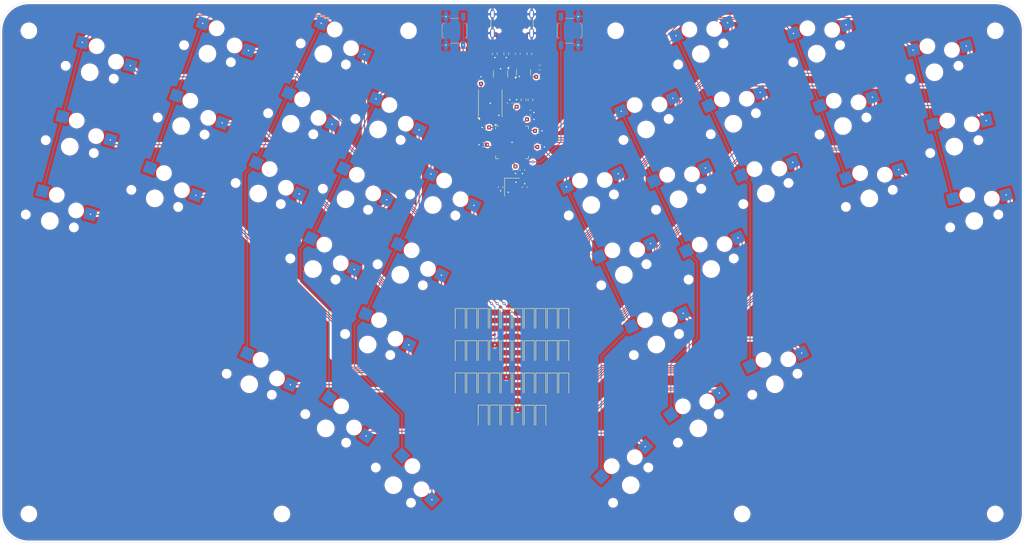
<source format=kicad_pcb>
(kicad_pcb (version 20241229) (generator "pcbnew") (generator_version "9.0")
  (title_block (title "keeb") (date "2025-05-01") (rev "v1.0.0") (company "Unknown"))
  (layers (0 "F.Cu" signal) (4 "In1.Cu" signal) (6 "In2.Cu" signal) (2 "B.Cu" signal) (13 "F.Paste" user) (15 "B.Paste" user) (5 "F.SilkS" user "F.Silkscreen") (7 "B.SilkS" user "B.Silkscreen") (1 "F.Mask" user) (3 "B.Mask" user) (25 "Edge.Cuts" user))
  (net 0 "")
  (net 1 "Net-(D2-A)")
  (net 2 "Net-(D3-A)")
  (net 3 "Net-(D4-A)")
  (net 4 "Net-(D5-A)")
  (net 5 "Net-(D6-A)")
  (net 6 "Net-(D7-A)")
  (net 7 "Net-(D8-A)")
  (net 8 "Net-(D9-A)")
  (net 9 "Net-(D10-A)")
  (net 10 "Net-(D11-A)")
  (net 11 "Net-(D12-A)")
  (net 12 "Net-(D13-A)")
  (net 13 "Net-(D14-A)")
  (net 14 "Net-(D15-A)")
  (net 15 "Net-(D16-A)")
  (net 16 "Net-(D17-A)")
  (net 17 "Net-(D18-A)")
  (net 18 "Net-(D19-A)")
  (net 19 "Net-(D21-A)")
  (net 20 "Net-(D22-A)")
  (net 21 "Net-(D23-A)")
  (net 22 "Net-(D24-A)")
  (net 23 "Net-(D25-A)")
  (net 24 "Net-(D26-A)")
  (net 25 "Net-(D27-A)")
  (net 26 "Net-(D28-A)")
  (net 27 "Net-(D29-A)")
  (net 28 "Net-(D30-A)")
  (net 29 "Net-(D31-A)")
  (net 30 "Net-(D32-A)")
  (net 31 "Net-(D33-A)")
  (net 32 "Net-(D34-A)")
  (net 33 "Net-(D35-A)")
  (net 34 "Net-(D36-A)")
  (net 35 "Net-(D37-A)")
  (net 36 "Net-(D38-A)")
  (net 37 "R3")
  (net 38 "R2")
  (net 39 "R1")
  (net 40 "R0")
  (net 41 "C0")
  (net 42 "C1")
  (net 43 "C2")
  (net 44 "C3")
  (net 45 "C4")
  (net 46 "C9")
  (net 47 "C8")
  (net 48 "C7")
  (net 49 "C6")
  (net 50 "C5")
  (net 51 "+3.3V")
  (net 52 "GND")
  (net 53 "+1V1")
  (net 54 "VBUS")
  (net 55 "Net-(F1-Pad2)")
  (net 56 "Net-(U2-VI)")
  (net 57 "D+")
  (net 58 "D-")
  (net 59 "Net-(J1-CC2)")
  (net 61 "Net-(J1-CC1)")
  (net 63 "DP")
  (net 64 "Net-(U1-USB_DP)")
  (net 65 "DN")
  (net 66 "Net-(U1-USB_DM)")
  (net 67 "RUN")
  (net 68 "Net-(U4-~{CS})")
  (net 71 "SD1")
  (net 72 "SCLK")
  (net 77 "SD3")
  (net 78 "SD2")
  (net 80 "SD0")
  (net 84 "XOUT")
  (net 85 "XIN")
  (footprint "Diode_SMD:D_MiniMELF" (layer "F.Cu") (at 194.31 138.374 -90)
    (property "Reference" "D12" (hide yes))
    (property "Value" "D_Small_Filled" (hide yes))
  )
  (footprint "PG1350" (layer "F.Cu") (at 239.971868 104.510365 25)
    (property "Reference" "SW31" (hide yes))
    (property "Value" "SW_Push" (hide yes))
  )
  (footprint "MountingHole:MountingHole_3.2mm_M3" (layer "F.Cu") (at 96.52 173.99)
    (property "Reference" "H4" (hide yes))
    (property "Value" "MountingHole_Pad" (hide yes))
  )
  (footprint "Capacitor_SMD:C_0603_1608Metric" (layer "F.Cu") (at 207.263999 86.871998)
    (property "Reference" "C1" (hide yes))
    (property "Value" "1u")
  )
  (footprint "PG1350" (layer "F.Cu") (at 244.874714 72.432929 25)
    (property "Reference" "SW29" (hide yes))
    (property "Value" "SW_Push" (hide yes))
  )
  (footprint "Diode_SMD:D_MiniMELF" (layer "F.Cu") (at 212.09 131.29 -90)
    (property "Reference" "D32" (hide yes))
    (property "Value" "D_Small_Filled" (hide yes))
  )
  (footprint "MountingHole:MountingHole_3.2mm_M3" (layer "F.Cu") (at 226.06 67.31)
    (property "Reference" "H6" (hide yes))
    (property "Value" "MountingHole_Pad" (hide yes))
  )
  (footprint "MountingHole:MountingHole_3.2mm_M3" (layer "F.Cu") (at 96.52 67.31)
    (property "Reference" "H1" (hide yes))
    (property "Value" "MountingHole_Pad" (hide yes))
  )
  (footprint "Diode_SMD:D_MiniMELF" (layer "F.Cu") (at 194.31 145.542 -90)
    (property "Reference" "D11" (hide yes))
    (property "Value" "D_Small_Filled" (hide yes))
  )
  (footprint "Diode_SMD:D_MiniMELF" (layer "F.Cu") (at 204.47 145.514 -90)
    (property "Reference" "D21" (hide yes))
    (property "Value" "D_Small_Filled" (hide yes))
  )
  (footprint "Diode_SMD:D_MiniMELF" (layer "F.Cu") (at 204.47 138.402 -90)
    (property "Reference" "D22" (hide yes))
    (property "Value" "D_Small_Filled" (hide yes))
  )
  (footprint "Diode_SMD:D_MiniMELF" (layer "F.Cu") (at 212.09 138.374 -90)
    (property "Reference" "D31" (hide yes))
    (property "Value" "D_Small_Filled" (hide yes))
  )
  (footprint "Resistor_SMD:R_0603_1608Metric" (layer "F.Cu") (at 207.009998 72.393999 -90)
    (property "Reference" "FB1" (hide yes))
    (property "Value" "100 Ohm @ 100MHz")
  )
  (footprint "PG1350" (layer "F.Cu") (at 300.852327 92.887746 15)
    (property "Reference" "SW22" (hide yes))
    (property "Value" "SW_Push" (hide yes))
  )
  (footprint "Resistor_SMD:R_0603_1608Metric" (layer "F.Cu") (at 205.739999 82.553997 -90)
    (property "Reference" "R1" (hide yes))
    (property "Value" "22R")
  )
  (footprint "PG1350" (layer "F.Cu") (at 177.000939 167.64 -45)
    (property "Reference" "SW19" (hide yes))
    (property "Value" "SW_Push" (hide yes))
  )
  (footprint "Diode_SMD:D_MiniMELF" (layer "F.Cu") (at 207.01 145.542 -90)
    (property "Reference" "D24" (hide yes))
    (property "Value" "D_Small_Filled" (hide yes))
  )
  (footprint "Capacitor_SMD:C_0603_1608Metric" (layer "F.Cu") (at 203.962 98.047999 -90)
    (property "Reference" "C7" (hide yes))
    (property "Value" "100n")
  )
  (footprint "Capacitor_SMD:C_0603_1608Metric" (layer "F.Cu") (at 209.042 89.411999)
    (property "Reference" "C5" (hide yes))
    (property "Value" "100n")
  )
  (footprint "PG1350" (layer "F.Cu") (at 270.450632 72.369377 20)
    (property "Reference" "SW26" (hide yes))
    (property "Value" "SW_Push" (hide yes))
  )
  (footprint "Capacitor_SMD:C_0603_1608Metric" (layer "F.Cu") (at 202.692 83.316 90)
    (property "Reference" "C10" (hide yes))
    (property "Value" "100n")
  )
  (footprint "Capacitor_SMD:C_0603_1608Metric" (layer "F.Cu") (at 205.486 98.047999 -90)
    (property "Reference" "C11" (hide yes))
    (property "Value" "100n")
  )
  (footprint "Diode_SMD:D_MiniMELF" (layer "F.Cu") (at 212.09 145.542 -90)
    (property "Reference" "D30" (hide yes))
    (property "Value" "D_Small_Filled" (hide yes))
  )
  (footprint "PG1350" (layer "F.Cu") (at 261.224922 145.355289 25)
    (property "Reference" "SW36" (hide yes))
    (property "Value" "SW_Push" (hide yes))
  )
  (footprint "Package_SON:WSON-8-1EP_6x5mm_P1.27mm_EP3.4x4mm" (layer "F.Cu") (at 198.390002 83.315998 90)
    (property "Reference" "U4" (hide yes))
    (property "Value" "MX25R3235FZNxx0" (hide yes))
  )
  (footprint "Fuse:Fuse_0603_1608Metric" (layer "F.Cu") (at 204.469999 72.394001 -90)
    (property "Reference" "F1" (hide yes))
    (property "Value" "1A")
  )
  (footprint "Capacitor_SMD:C_0603_1608Metric" (layer "F.Cu") (at 209.55 92.968001)
    (property "Reference" "C4" (hide yes))
    (property "Value" "100n")
  )
  (footprint "Capacitor_SMD:C_0603_1608Metric" (layer "F.Cu") (at 196.85 92.460001 180)
    (property "Reference" "C6" (hide yes))
    (property "Value" "100n")
  )
  (footprint "PG1350" (layer "F.Cu") (at 171.330977 136.587803 -25)
    (property "Reference" "SW14" (hide yes))
    (property "Value" "SW_Push" (hide yes))
  )
  (footprint "Diode_SMD:D_MiniMELF" (layer "F.Cu") (at 201.93 145.514 -90)
    (property "Reference" "D2" (hide yes))
    (property "Value" "D_Small_Filled" (hide yes))
  )
  (footprint "Package_TO_SOT_SMD:SOT-23-6" (layer "F.Cu") (at 200.66 76.839 -90)
    (property "Reference" "U3" (hide yes))
    (property "Value" "USBLC6-2SC6" (hide yes))
  )
  (footprint "PG1350" (layer "F.Cu") (at 162.062837 155.105443 -35)
    (property "Reference" "SW18" (hide yes))
    (property "Value" "SW_Push" (hide yes))
  )
  (footprint "Capacitor_SMD:C_0603_1608Metric" (layer "F.Cu") (at 200.66 101.854 -90)
    (property "Reference" "C13" (hide yes))
    (property "Value" "10p")
  )
  (footprint "Diode_SMD:D_MiniMELF" (layer "F.Cu") (at 204.47 131.29 -90)
    (property "Reference" "D23" (hide yes))
    (property "Value" "D_Small_Filled" (hide yes))
  )
  (footprint "Diode_SMD:D_MiniMELF" (layer "F.Cu") (at 209.55 145.542 -90)
    (property "Reference" "D27" (hide yes))
    (property "Value" "D_Small_Filled" (hide yes))
  )
  (footprint "Diode_SMD:D_MiniMELF" (layer "F.Cu") (at 201.93 131.29 -90)
    (property "Reference" "D4" (hide yes))
    (property "Value" "D_Small_Filled" (hide yes))
  )
  (footprint "PG1350" (layer "F.Cu") (at 147.156264 103.247391 -25)
    (property "Reference" "SW8" (hide yes))
    (property "Value" "SW_Push" (hide yes))
  )
  (footprint "PG1350" (layer "F.Cu") (at 166.428132 104.510366 -25)
    (property "Reference" "SW12" (hide yes))
    (property "Value" "SW_Push" (hide yes))
  )
  (footprint "PG1350" (layer "F.Cu") (at 178.515486 121.180572 -25)
    (property "Reference" "SW15" (hide yes))
    (property "Value" "SW_Push" (hide yes))
  )
  (footprint "Diode_SMD:D_MiniMELF" (layer "F.Cu") (at 201.93 138.402 -90)
    (property "Reference" "D3" (hide yes))
    (property "Value" "D_Small_Filled" (hide yes))
  )
  (footprint "PG1350" (layer "F.Cu") (at 252.059227 87.840159 25)
    (property "Reference" "SW28" (hide yes))
    (property "Value" "SW_Push" (hide yes))
  )
  (footprint "Diode_SMD:D_MiniMELF" (layer "F.Cu") (at 199.39 138.374 -90)
    (property "Reference" "D6" (hide yes))
    (property "Value" "D_Small_Filled" (hide yes))
  )
  (footprint "Package_TO_SOT_SMD:SOT-23" (layer "F.Cu") (at 205.74 76.458001 90)
    (property "Reference" "U2" (hide yes))
    (property "Value" "AP2127N-3.3" (hide yes))
  )
  (footprint "PG1350" (layer "F.Cu") (at 296.452407 76.467007 15)
    (property "Reference" "SW23" (hide yes))
    (property "Value" "SW_Push" (hide yes))
  )
  (footprint "MountingHole:MountingHole_3.2mm_M3" (layer "F.Cu") (at 309.88 173.99)
    (property "Reference" "H3" (hide yes))
    (property "Value" "MountingHole_Pad" (hide yes))
  )
  (footprint "PG1350" (layer "F.Cu") (at 247.156378 119.9176 25)
    (property "Reference" "SW30" (hide yes))
    (property "Value" "SW_Push" (hide yes))
  )
  (footprint "Resistor_SMD:R_0603_1608Metric" (layer "F.Cu") (at 201.929998 72.394 -90)
    (property "Reference" "R4" (hide yes))
    (property "Value" "5.1K")
  )
  (footprint "Resistor_SMD:R_0603_1608Metric" (layer "F.Cu") (at 207.264003 82.553999 -90)
    (property "Reference" "R2" (hide yes))
    (property "Value" "22R")
  )
  (footprint "MountingHole:MountingHole_3.2mm_M3" (layer "F.Cu") (at 180.34 67.31)
    (property "Reference" "H5" (hide yes))
    (property "Value" "MountingHole_Pad" (hide yes))
  )
  (footprint "Diode_SMD:D_MiniMELF" (layer "F.Cu") (at 209.55 131.29 -90)
    (property "Reference" "D29" (hide yes))
    (property "Value" "D_Small_Filled" (hide yes))
  )
  (footprint "PG1350" (layer "F.Cu") (at 130.135022 88.344152 -20)
    (property "Reference" "SW6" (hide yes))
    (property "Value" "SW_Push" (hide yes))
  )
  (footprint "Diode_SMD:D_MiniMELF" (layer "F.Cu") (at 191.77 145.514 -90)
    (property "Reference" "D14" (hide yes))
    (property "Value" "D_Small_Filled" (hide yes))
  )
  (footprint "Diode_SMD:D_MiniMELF" (layer "F.Cu") (at 214.63 145.542 -90)
    (property "Reference" "D33" (hide yes))
    (property "Value" "D_Small_Filled" (hide yes))
  )
  (footprint "Resistor_SMD:R_0603_1608Metric" (layer "F.Cu") (at 199.389998 72.393999 -90)
    (property "Reference" "R3" (hide yes))
    (property "Value" "5.1K")
  )
  (footprint "MountingHole:MountingHole_3.2mm_M3" (layer "F.Cu") (at 309.88 67.31)
    (property "Reference" "H2" (hide yes))
    (property "Value" "MountingHole_Pad" (hide yes))
  )
  (footprint "Connector_USB:USB_C_Receptacle_GCT_USB4105-xx-A_16P_TopMnt_Horizontal" (layer "F.Cu") (at 203.199998 64.722999 180)
    (property "Reference" "J1" (hide yes))
    (property "Value" "USB_C_Receptacle_USB2.0_16P" (hide yes))
  )
  (footprint "PG1350" (layer "F.Cu") (at 101.147747 109.308483 -15)
    (property "Reference" "SW2" (hide yes))
    (property "Value" "SW_Push" (hide yes))
  )
  (footprint "PG1350" (layer "F.Cu") (at 159.243621 119.917602 -25)
    (property "Reference" "SW11" (hide yes))
    (property "Value" "SW_Push" (hide yes))
  )
  (footprint "PG1350" (layer "F.Cu") (at 305.252253 109.308483 15)
    (property "Reference" "SW21" (hide yes))
    (property "Value" "SW_Push" (hide yes))
  )
  (footprint "Capacitor_SMD:C_0603_1608Metric" (layer "F.Cu") (at 209.296 75.442001)
    (property "Reference" "C8" (hide yes))
    (property "Value" "1u")
  )
  (footprint "PG1350" (layer "F.Cu") (at 185.7 105.77334 -25)
    (property "Reference" "SW16" (hide yes))
    (property "Value" "SW_Push" (hide yes))
  )
  (footprint "Package_DFN_QFN:QFN-56-1EP_7x7mm_P0.4mm_EP3.2x3.2mm" (layer "F.Cu") (at 203.2 91.952001)
    (property "Reference" "U1" (hide yes))
    (property "Value" "RP2040" (hide yes))
  )
  (footprint "Diode_SMD:D_MiniMELF" (layer "F.Cu") (at 214.63 138.374 -90)
    (property "Reference" "D34" (hide yes))
    (property "Value" "D_Small_Filled" (hide yes))
  )
  (footprint "Diode_SMD:D_MiniMELF" (layer "F.Cu") (at 204.47 152.626 -90)
    (property "Reference" "D38" (hide yes))
    (property "Value" "D_Small_Filled" (hide yes))
  )
  (footprint "Diode_SMD:D_MiniMELF" (layer "F.Cu") (at 196.85 145.542 -90)
    (property "Reference" "D8" (hide yes))
    (property "Value" "D_Small_Filled" (hide yes))
  )
  (footprint "Diode_SMD:D_MiniMELF" (layer "F.Cu") (at 199.39 131.29 -90)
    (property "Reference" "D7" (hide yes))
    (property "Value" "D_Small_Filled" (hide yes))
  )
  (footprint "PG1350" (layer "F.Cu") (at 173.61264 89.103136 -25)
    (property "Reference" "SW13" (hide yes))
    (property "Value" "SW_Push" (hide yes))
  )
  (footprint "PG1350" (layer "F.Cu") (at 145.175076 145.355287 -25)
    (property "Reference" "SW17" (hide yes))
    (property "Value" "SW_Push" (hide yes))
  )
  (footprint "Diode_SMD:D_MiniMELF" (layer "F.Cu") (at 191.77 138.402 -90)
    (property "Reference" "D15" (hide yes))
    (property "Value" "D_Small_Filled" (hide yes))
  )
  (footprint "PG1350" (layer "F.Cu") (at 109.947592 76.467006 -15)
    (property "Reference" "SW4" (hide yes))
    (property "Value" "SW_Push" (hide yes))
  )
  (footprint "Diode_SMD:D_MiniMELF" (layer "F.Cu") (at 191.77 131.29 -90)
    (property "Reference" "D16" (hide yes))
    (property "Value" "D_Small_Filled" (hide yes))
  )
  (footprint "Diode_SMD:D_MiniMELF" (layer "F.Cu") (at 207.01 138.402 -90)
    (property "Reference" "D25" (hide yes))
    (property "Value" "D_Small_Filled" (hide yes))
  )
  (footprint "MountingHole:MountingHole_3.2mm_M3" (layer "F.Cu") (at 254 173.99)
    (property "Reference" "H8" (hide yes))
    (property "Value" "MountingHole_Pad" (hide yes))
  )
  (footprint "PG1350" (layer "F.Cu") (at 232.787357 89.103135 25)
    (property "Reference" "SW32" (hide yes))
    (property "Value" "SW_Push" (hide yes))
  )
  (footprint "MountingHole:MountingHole_3.2mm_M3" (layer "F.Cu") (at 152.4 173.99)
    (property "Reference" "H7" (hide yes))
    (property "Value" "MountingHole_Pad" (hide yes))
  )
  (footprint "PG1350" (layer "F.Cu") (at 229.399058 167.640001 45)
    (property "Reference" "SW38" (hide yes))
    (property "Value" "SW_Push" (hide yes))
  )
  (footprint "Diode_SMD:D_MiniMELF" (layer "F.Cu") (at 199.39 152.626 -90)
    (property "Reference" "D18" (hide yes))
    (property "Value" "D_Small_Filled" (hide yes))
  )
  (footprint "PG1350" (layer "F.Cu") (at 105.547669 92.887745 -15)
    (property "Reference" "SW3" (hide yes))
    (property "Value" "SW_Push" (hide yes))
  )
  (footprint "Diode_SMD:D_MiniMELF" (layer "F.Cu") (at 207.01 131.29 -90)
    (property "Reference" "D26" (hide yes))
    (property "Value" "D_Small_Filled" (hide yes))
  )
  (footprint "Diode_SMD:D_MiniMELF" (layer "F.Cu") (at 199.39 145.542 -90)
    (property "Reference" "D5" (hide yes))
    (property "Value" "D_Small_Filled" (hide yes))
  )
  (footprint "Diode_SMD:D_MiniMELF" (layer "F.Cu") (at 196.85 152.626 -90)
    (property "Reference" "D17" (hide yes))
    (property "Value" "D_Small_Filled" (hide yes))
  )
  (footprint "PG1350" (layer "F.Cu") (at 161.525282 72.432928 -25)
    (property "Reference" "SW10" (hide yes))
    (property "Value" "SW_Push" (hide yes))
  )
  (footprint "PG1350" (layer "F.Cu") (at 124.320679 104.318926 -20)
    (property "Reference" "SW5" (hide yes))
    (property "Value" "SW_Push" (hide yes))
  )
  (footprint "Capacitor_SMD:C_0603_1608Metric" (layer "F.Cu") (at 204.216001 83.315998 90)
    (property "Reference" "C2" (hide yes))
    (property "Value" "100n")
  )
  (footprint "Diode_SMD:D_MiniMELF" (layer "F.Cu") (at 194.31 131.29 -90)
    (property "Reference" "D13" (hide yes))
    (property "Value" "D_Small_Filled" (hide yes))
  )
  (footprint "Capacitor_SMD:C_0603_1608Metric" (layer "F.Cu") (at 209.296 77.474001)
    (property "Reference" "C15" (hide yes))
    (property "Value" "1u")
  )
  (footprint "Diode_SMD:D_MiniMELF" (layer "F.Cu") (at 209.55 138.402 -90)
    (property "Reference" "D28" (hide yes))
    (property "Value" "D_Small_Filled" (hide yes))
  )
  (footprint "Diode_SMD:D_MiniMELF" (layer "F.Cu") (at 209.55 152.654 -90)
    (property "Reference" "D36" (hide yes))
    (property "Value" "D_Small_Filled" (hide yes))
  )
  (footprint "PG1350" (layer "F.Cu") (at 276.264976 88.34415 20)
    (property "Reference" "SW25" (hide yes))
    (property "Value" "SW_Push" (hide yes))
  )
  (footprint "PG1350" (layer "F.Cu") (at 227.884508 121.180573 25)
    (property "Reference" "SW34" (hide yes))
    (property "Value" "SW_Push" (hide yes))
  )
  (footprint "PG1350" (layer "F.Cu") (at 154.340774 87.840162 -25)
    (property "Reference" "SW9" (hide yes))
    (property "Value" "SW_Push" (hide yes))
  )
  (footprint "Diode_SMD:D_MiniMELF" (layer "F.Cu") (at 196.85 138.402 -90)
    (property "Reference" "D9" (hide yes))
    (property "Value" "D_Small_Filled" (hide yes))
  )
  (footprint "Diode_SMD:D_MiniMELF" (layer "F.Cu") (at 201.93 152.626 -90)
    (property "Reference" "D19" (hide yes))
    (property "Value" "D_Small_Filled" (hide yes))
  )
  (footprint "Diode_SMD:D_MiniMELF" (layer "F.Cu") (at 214.63 131.29 -90)
    (property "Reference" "D35" (hide yes))
    (property "Value" "D_Small_Filled" (hide yes))
  )
  (footprint "PG1350" (layer "F.Cu") (at 244.337161 155.105444 35)
    (property "Reference" "SW37" (hide yes))
    (property "Value" "SW_Push" (hide yes))
  )
  (footprint "PG1350" (layer "F.Cu") (at 259.243736 103.247393 25)
    (property "Reference" "SW27" (hide yes))
    (property "Value" "SW_Push" (hide yes))
  )
  (footprint "Capacitor_SMD:C_0603_1608Metric" (layer "F.Cu") (at 207.264001 85.348001)
    (property "Reference" "C9" (hide yes))
    (property "Value" "1u")
  )
  (footprint "PG1350" (layer "F.Cu") (at 282.079317 104.318926 20)
    (property "Reference" "SW24" (hide yes))
    (property "Value" "SW_Push" (hide yes))
  )
  (footprint "PG1350" (layer "F.Cu") (at 235.06902 136.587805 25)
    (property "Reference" "SW33" (hide yes))
    (property "Value" "SW_Push" (hide yes))
  )
  (footprint "Diode_SMD:D_MiniMELF" (layer "F.Cu") (at 207.01 152.654 -90)
    (property "Reference" "D37" (hide yes))
    (property "Value" "D_Small_Filled" (hide yes))
  )
  (footprint "Capacitor_SMD:C_0603_1608Metric" (layer "F.Cu") (at 196.342 78.232 90)
    (property "Reference" "C14" (hide yes))
    (property "Value" "1u")
  )
  (footprint "Diode_SMD:D_MiniMELF" (layer "F.Cu") (at 196.85 131.29 -90)
    (property "Reference" "D10" (hide yes))
    (property "Value" "D_Small_Filled" (hide yes))
  )
  (footprint "Capacitor_SMD:C_0603_1608Metric" (layer "F.Cu") (at 197.358 88.649997 180)
    (property "Reference" "C3" (hide yes))
    (property "Value" "100n")
  )
  (footprint "Crystal:Crystal_SMD_3225-4Pin_3.2x2.5mm" (layer "F.Cu") (at 203.2 101.854 -90)
    (property "Reference" "Y1" (hide yes))
    (property "Value" "Crystal_GND24" (hide yes))
  )
  (footprint "Capacitor_SMD:C_0603_1608Metric" (layer "F.Cu") (at 205.994 101.857999 90)
    (property "Reference" "C12" (hide yes))
    (property "Value" "10p")
  )
  (footprint "PG1350" (layer "F.Cu") (at 135.949364 72.369378 -20)
    (property "Reference" "SW7" (hide yes))
    (property "Value" "SW_Push" (hide yes))
  )
  (footprint "PG1350" (layer "F.Cu") (at 220.699998 105.773339 25)
    (property "Reference" "SW35" (hide yes))
    (property "Value" "SW_Push" (hide yes))
  )
  (footprint "Button_Switch_SMD:SW_SPST_TL3342" (layer "B.Cu") (at 215.9 67.31 90)
    (property "Reference" "SW39" (hide yes))
    (property "Value" "Reset")
  )
  (footprint "Button_Switch_SMD:SW_SPST_TL3342" (layer "B.Cu") (at 190.5 67.31 -90)
    (property "Reference" "SW40" (hide yes))
    (property "Value" "ROM")
  )
  (gr_arc (start 316.23 173.99) (mid 314.370128 178.480128) (end 309.88 180.34) (stroke (width 0.05)) (layer "Edge.Cuts"))
  (gr_line (start 309.88 60.96) (end 96.52 60.96) (stroke (width 0.05)) (layer "Edge.Cuts"))
  (gr_arc (start 96.52 180.34) (mid 92.029872 178.480128) (end 90.17 173.99) (stroke (width 0.05)) (layer "Edge.Cuts"))
  (gr_arc (start 309.88 60.96) (mid 314.370128 62.819872) (end 316.23 67.31) (stroke (width 0.05)) (layer "Edge.Cuts"))
  (gr_line (start 309.88 180.34) (end 96.52 180.34) (stroke (width 0.05)) (layer "Edge.Cuts"))
  (gr_line (start 90.169998 173.99) (end 90.170001 67.31) (stroke (width 0.05)) (layer "Edge.Cuts"))
  (gr_arc (start 90.17 67.31) (mid 92.029872 62.819872) (end 96.52 60.96) (stroke (width 0.05)) (layer "Edge.Cuts"))
  (gr_line (start 316.23 67.31) (end 316.23 173.99) (stroke (width 0.05)) (layer "Edge.Cuts"))
  (segment (start 181.4727 142.788) (end 177.8 142.788) (width 0.2) (layer "F.Cu") (net 1))
  (segment (start 139.713789 107.827989) (end 163.536 131.6502) (width 0.2) (layer "F.Cu") (net 1))
  (segment (start 199.588 149.606) (end 191.516 149.606) (width 0.2) (layer "F.Cu") (net 1))
  (segment (start 188.2907 149.606) (end 185.71235 147.02765) (width 0.2) (layer "F.Cu") (net 1))
  (segment (start 185.71235 147.02765) (end 181.4727 142.788) (width 0.2) (layer "F.Cu") (net 1))
  (segment (start 110.111355 107.827989) (end 139.713789 107.827989) (width 0.2) (layer "F.Cu") (net 1))
  (segment (start 191.516 149.606) (end 188.2907 149.606) (width 0.2) (layer "F.Cu") (net 1))
  (segment (start 163.536 131.6502) (end 163.536 139.3293) (width 0.2) (layer "F.Cu") (net 1))
  (segment (start 163.536 139.3293) (end 166.9947 142.788) (width 0.2) (layer "F.Cu") (net 1))
  (segment (start 166.9947 142.788) (end 177.8191 142.788) (width 0.2) (layer "F.Cu") (net 1))
  (segment (start 201.93 147.264) (end 199.588 149.606) (width 0.2) (layer "F.Cu") (net 1))
  (via (at 110.111355 107.827989) (size 0.6) (drill 0.3) (layers "F.Cu" "B.Cu") (net 1))
  (segment (start 185.996001 135.119301) (end 170.755 119.8783) (width 0.2) (layer "F.Cu") (net 2))
  (segment (start 159.218 103.4562) (end 159.218 100.7501) (width 0.2) (layer "F.Cu") (net 2))
  (segment (start 170.755 119.8783) (end 170.755 114.9932) (width 0.2) (layer "F.Cu") (net 2))
  (segment (start 170.755 114.9932) (end 159.218 103.4562) (width 0.2) (layer "F.Cu") (net 2))
  (segment (start 185.996001 138.226401) (end 185.996001 135.119301) (width 0.2) (layer "F.Cu") (net 2))
  (segment (start 150.936597 92.468697) (end 115.572723 92.468697) (width 0.2) (layer "F.Cu") (net 2))
  (segment (start 199.655 142.427) (end 190.1966 142.427) (width 0.2) (layer "F.Cu") (net 2))
  (segment (start 201.93 140.152) (end 199.655 142.427) (width 0.2) (layer "F.Cu") (net 2))
  (segment (start 159.218 100.7501) (end 150.936597 92.468697) (width 0.2) (layer "F.Cu") (net 2))
  (segment (start 115.572723 92.468697) (end 114.511277 91.407251) (width 0.2) (layer "F.Cu") (net 2))
  (segment (start 190.1966 142.427) (end 185.996001 138.226401) (width 0.2) (layer "F.Cu") (net 2))
  (via (at 114.511277 91.407251) (size 0.6) (drill 0.3) (layers "F.Cu" "B.Cu") (net 2))
  (segment (start 155.6429 77.47) (end 121.394688 77.47) (width 0.2) (layer "F.Cu") (net 3))
  (segment (start 165.715 91.6652) (end 165.715 87.5421) (width 0.2) (layer "F.Cu") (net 3))
  (segment (start 201.93 133.04) (end 199.655 135.315) (width 0.2) (layer "F.Cu") (net 3))
  (segment (start 199.655 135.315) (end 190.5097 135.315) (width 0.2) (layer "F.Cu") (net 3))
  (segment (start 193.180515 123.321085) (end 193.180515 119.130715) (width 0.2) (layer "F.Cu") (net 3))
  (segment (start 188.896 133.7013) (end 188.896 127.6056) (width 0.2) (layer "F.Cu") (net 3))
  (segment (start 188.896 127.6056) (end 193.180515 123.321085) (width 0.2) (layer "F.Cu") (net 3))
  (segment (start 193.180515 119.130715) (end 165.715 91.6652) (width 0.2) (layer "F.Cu") (net 3))
  (segment (start 121.394688 77.47) (end 118.9112 74.986512) (width 0.2) (layer "F.Cu") (net 3))
  (segment (start 190.5097 135.315) (end 188.896 133.7013) (width 0.2) (layer "F.Cu") (net 3))
  (segment (start 165.715 87.5421) (end 155.6429 77.47) (width 0.2) (layer "F.Cu") (net 3))
  (via (at 118.9112 74.986512) (size 0.6) (drill 0.3) (layers "F.Cu" "B.Cu") (net 3))
  (segment (start 163.937 131.4841) (end 136.078195 103.625295) (width 0.2) (layer "F.Cu") (net 4))
  (segment (start 167.1608 142.387) (end 163.937 139.1632) (width 0.2) (layer "F.Cu") (net 4))
  (segment (start 181.6388 142.387) (end 167.1608 142.387) (width 0.2) (layer "F.Cu") (net 4))
  (segment (start 199.39 147.292) (end 197.544 149.138) (width 0.2) (layer "F.Cu") (net 4))
  (segment (start 163.937 139.1632) (end 163.937 131.4841) (width 0.2) (layer "F.Cu") (net 4))
  (segment (start 188.3898 149.138) (end 181.6388 142.387) (width 0.2) (layer "F.Cu") (net 4))
  (segment (start 197.544 149.138) (end 188.3898 149.138) (width 0.2) (layer "F.Cu") (net 4))
  (segment (start 136.078195 103.625295) (end 133.379211 103.625295) (width 0.2) (layer "F.Cu") (net 4))
  (via (at 133.379211 103.625295) (size 0.6) (drill 0.3) (layers "F.Cu" "B.Cu") (net 4))
  (segment (start 186.397001 134.953201) (end 171.156 119.7122) (width 0.2) (layer "F.Cu") (net 5))
  (segment (start 171.156 119.7122) (end 171.156 114.8271) (width 0.2) (layer "F.Cu") (net 5))
  (segment (start 171.156 114.8271) (end 159.619 103.2901) (width 0.2) (layer "F.Cu") (net 5))
  (segment (start 197.488 142.026) (end 190.3627 142.026) (width 0.2) (layer "F.Cu") (net 5))
  (segment (start 199.39 140.124) (end 197.488 142.026) (width 0.2) (layer "F.Cu") (net 5))
  (segment (start 146.685521 87.650521) (end 139.193554 87.650521) (width 0.2) (layer "F.Cu") (net 5))
  (segment (start 159.619 103.2901) (end 159.619 100.584) (width 0.2) (layer "F.Cu") (net 5))
  (segment (start 159.619 100.584) (end 146.685521 87.650521) (width 0.2) (layer "F.Cu") (net 5))
  (segment (start 190.3627 142.026) (end 186.397001 138.060301) (width 0.2) (layer "F.Cu") (net 5))
  (segment (start 186.397001 138.060301) (end 186.397001 134.953201) (width 0.2) (layer "F.Cu") (net 5))
  (via (at 139.193554 87.650521) (size 0.6) (drill 0.3) (layers "F.Cu" "B.Cu") (net 5))
  (segment (start 199.39 133.04) (end 197.516 134.914) (width 0.2) (layer "F.Cu") (net 6))
  (segment (start 189.297 127.7717) (end 193.581515 123.487185) (width 0.2) (layer "F.Cu") (net 6))
  (segment (start 193.581515 118.964615) (end 166.116 91.4991) (width 0.2) (layer "F.Cu") (net 6))
  (segment (start 166.116 87.376) (end 150.415747 71.675747) (width 0.2) (layer "F.Cu") (net 6))
  (segment (start 197.516 134.914) (end 190.6758 134.914) (width 0.2) (layer "F.Cu") (net 6))
  (segment (start 190.6758 134.914) (end 189.297 133.5352) (width 0.2) (layer "F.Cu") (net 6))
  (segment (start 193.581515 123.487185) (end 193.581515 118.964615) (width 0.2) (layer "F.Cu") (net 6))
  (segment (start 150.415747 71.675747) (end 145.007896 71.675747) (width 0.2) (layer "F.Cu") (net 6))
  (segment (start 189.297 133.5352) (end 189.297 127.7717) (width 0.2) (layer "F.Cu") (net 6))
  (segment (start 166.116 91.4991) (end 166.116 87.376) (width 0.2) (layer "F.Cu") (net 6))
  (via (at 145.007896 71.675747) (size 0.6) (drill 0.3) (layers "F.Cu" "B.Cu") (net 6))
  (segment (start 152.4 117.348) (end 156.240779 113.507221) (width 0.2) (layer "F.Cu") (net 7))
  (segment (start 156.240779 113.507221) (end 156.240779 103.345903) (width 0.2) (layer "F.Cu") (net 7))
  (segment (start 195.405 148.737) (end 188.5559 148.737) (width 0.2) (layer "F.Cu") (net 7))
  (segment (start 164.338 131.318) (end 152.4 119.38) (width 0.2) (layer "F.Cu") (net 7))
  (segment (start 167.3269 141.986) (end 164.338 138.9971) (width 0.2) (layer "F.Cu") (net 7))
  (segment (start 152.4 119.38) (end 152.4 117.348) (width 0.2) (layer "F.Cu") (net 7))
  (segment (start 164.338 138.9971) (end 164.338 131.318) (width 0.2) (layer "F.Cu") (net 7))
  (segment (start 188.5559 148.737) (end 181.8049 141.986) (width 0.2) (layer "F.Cu") (net 7))
  (segment (start 196.85 147.292) (end 195.405 148.737) (width 0.2) (layer "F.Cu") (net 7))
  (segment (start 181.8049 141.986) (end 167.3269 141.986) (width 0.2) (layer "F.Cu") (net 7))
  (via (at 156.240779 103.345903) (size 0.6) (drill 0.3) (layers "F.Cu" "B.Cu") (net 7))
  (segment (start 160.02 103.124) (end 160.02 98.298) (width 0.2) (layer "F.Cu") (net 8))
  (segment (start 186.798001 134.787101) (end 171.557 119.5461) (width 0.2) (layer "F.Cu") (net 8))
  (segment (start 171.557 114.661) (end 160.02 103.124) (width 0.2) (layer "F.Cu") (net 8))
  (segment (start 195.377 141.625) (end 190.5288 141.625) (width 0.2) (layer "F.Cu") (net 8))
  (segment (start 196.85 140.152) (end 195.377 141.625) (width 0.2) (layer "F.Cu") (net 8))
  (segment (start 190.5288 141.625) (end 186.798001 137.894201) (width 0.2) (layer "F.Cu") (net 8))
  (segment (start 160.02 98.298) (end 163.425289 94.892711) (width 0.2) (layer "F.Cu") (net 8))
  (segment (start 186.798001 137.894201) (end 186.798001 134.787101) (width 0.2) (layer "F.Cu") (net 8))
  (segment (start 163.425289 94.892711) (end 163.425289 87.938674) (width 0.2) (layer "F.Cu") (net 8))
  (segment (start 171.557 119.5461) (end 171.557 114.661) (width 0.2) (layer "F.Cu") (net 8))
  (via (at 163.425289 87.938674) (size 0.6) (drill 0.3) (layers "F.Cu" "B.Cu") (net 8))
  (segment (start 189.698 133.3691) (end 190.8419 134.513) (width 0.2) (layer "F.Cu") (net 9))
  (segment (start 170.609797 95.425797) (end 192.0919 116.9079) (width 0.2) (layer "F.Cu") (net 9))
  (segment (start 190.8419 134.513) (end 195.377 134.513) (width 0.2) (layer "F.Cu") (net 9))
  (segment (start 195.377 134.513) (end 196.85 133.04) (width 0.2) (layer "F.Cu") (net 9))
  (segment (start 192.0919 125.5439) (end 189.698 127.9378) (width 0.2) (layer "F.Cu") (net 9))
  (segment (start 189.698 127.9378) (end 189.698 133.3691) (width 0.2) (layer "F.Cu") (net 9))
  (segment (start 193.982515 123.653285) (end 192.2189 125.4169) (width 0.2) (layer "F.Cu") (net 9))
  (segment (start 170.609797 72.53144) (end 170.609797 95.425797) (width 0.2) (layer "F.Cu") (net 9))
  (segment (start 193.982515 123.444) (end 193.982515 123.653285) (width 0.2) (layer "F.Cu") (net 9))
  (segment (start 193.982515 118.798515) (end 193.982515 123.444) (width 0.2) (layer "F.Cu") (net 9))
  (segment (start 192.2189 125.4169) (end 192.0919 125.5439) (width 0.2) (layer "F.Cu") (net 9))
  (segment (start 192.0919 116.9079) (end 193.982515 118.798515) (width 0.2) (layer "F.Cu") (net 9))
  (via (at 170.609797 72.53144) (size 0.6) (drill 0.3) (layers "F.Cu" "B.Cu") (net 9))
  (segment (start 164.846 131.064) (end 164.846 138.938) (width 0.2) (layer "F.Cu") (net 10))
  (segment (start 168.328136 127.581864) (end 164.846 131.064) (width 0.2) (layer "F.Cu") (net 10))
  (segment (start 168.328136 120.016114) (end 168.328136 127.581864) (width 0.2) (layer "F.Cu") (net 10))
  (segment (start 193.266 148.336) (end 194.31 147.292) (width 0.2) (layer "F.Cu") (net 10))
  (segment (start 181.971 141.585) (end 188.722 148.336) (width 0.2) (layer "F.Cu") (net 10))
  (segment (start 164.846 138.938) (end 167.493 141.585) (width 0.2) (layer "F.Cu") (net 10))
  (segment (start 188.722 148.336) (end 193.266 148.336) (width 0.2) (layer "F.Cu") (net 10))
  (segment (start 167.493 141.585) (end 181.971 141.585) (width 0.2) (layer "F.Cu") (net 10))
  (via (at 168.328136 120.016114) (size 0.6) (drill 0.3) (layers "F.Cu" "B.Cu") (net 10))
  (segment (start 171.958 109.22) (end 175.514 105.664) (width 0.2) (layer "F.Cu") (net 11))
  (segment (start 187.199001 137.728101) (end 187.199001 134.621001) (width 0.2) (layer "F.Cu") (net 11))
  (segment (start 175.514 105.664) (end 175.512647 105.662647) (width 0.2) (layer "F.Cu") (net 11))
  (segment (start 193.21 141.224) (end 190.6949 141.224) (width 0.2) (layer "F.Cu") (net 11))
  (segment (start 175.512647 105.662647) (end 175.512647 104.608878) (width 0.2) (layer "F.Cu") (net 11))
  (segment (start 171.958 119.38) (end 171.958 109.22) (width 0.2) (layer "F.Cu") (net 11))
  (segment (start 194.31 140.124) (end 193.21 141.224) (width 0.2) (layer "F.Cu") (net 11))
  (segment (start 190.6949 141.224) (end 187.199001 137.728101) (width 0.2) (layer "F.Cu") (net 11))
  (segment (start 187.199001 134.621001) (end 171.958 119.38) (width 0.2) (layer "F.Cu") (net 11))
  (via (at 175.512647 104.608878) (size 0.6) (drill 0.3) (layers "F.Cu" "B.Cu") (net 11))
  (segment (start 191.008 134.112) (end 190.099 133.203) (width 0.2) (layer "F.Cu") (net 12))
  (segment (start 190.099 130.048) (end 190.099 128.1039) (width 0.2) (layer "F.Cu") (net 12))
  (segment (start 193.238 134.112) (end 191.008 134.112) (width 0.2) (layer "F.Cu") (net 12))
  (segment (start 182.697155 89.201648) (end 182.697155 106.946055) (width 0.2) (layer "F.Cu") (net 12))
  (segment (start 194.383515 123.009515) (end 194.383515 123.802218) (width 0.2) (layer "F.Cu") (net 12))
  (segment (start 182.697155 106.946055) (end 194.383515 118.632415) (width 0.2) (layer "F.Cu") (net 12))
  (segment (start 194.383515 123.802218) (end 194.270459 123.932441) (width 0.2) (layer "F.Cu") (net 12))
  (segment (start 190.099 128.1039) (end 193.01045 125.19245) (width 0.2) (layer "F.Cu") (net 12))
  (segment (start 194.383515 118.632415) (end 194.383515 123.009515) (width 0.2) (layer "F.Cu") (net 12))
  (segment (start 190.099 133.203) (end 190.099 130.048) (width 0.2) (layer "F.Cu") (net 12))
  (segment (start 190.099 130.048) (end 190.099 129.794) (width 0.2) (layer "F.Cu") (net 12))
  (segment (start 194.31 133.04) (end 193.238 134.112) (width 0.2) (layer "F.Cu") (net 12))
  (segment (start 194.270459 123.932441) (end 193.01045 125.19245) (width 0.2) (layer "F.Cu") (net 12))
  (via (at 182.697155 89.201648) (size 0.6) (drill 0.3) (layers "F.Cu" "B.Cu") (net 12))
  (segment (start 191.77 147.264) (end 188.2171 147.264) (width 0.2) (layer "F.Cu") (net 13))
  (segment (start 180.415492 139.462392) (end 180.415492 136.686315) (width 0.2) (layer "F.Cu") (net 13))
  (segment (start 188.2171 147.264) (end 180.415492 139.462392) (width 0.2) (layer "F.Cu") (net 13))
  (via (at 180.415492 136.686315) (size 0.6) (drill 0.3) (layers "F.Cu" "B.Cu") (net 13))
  (segment (start 190.19 140.152) (end 187.600001 137.562001) (width 0.2) (layer "F.Cu") (net 14))
  (segment (start 187.600001 137.562001) (end 187.600001 121.279084) (width 0.2) (layer "F.Cu") (net 14))
  (segment (start 191.77 140.152) (end 190.19 140.152) (width 0.2) (layer "F.Cu") (net 14))
  (via (at 187.600001 121.279084) (size 0.6) (drill 0.3) (layers "F.Cu" "B.Cu") (net 14))
  (segment (start 194.784515 123.952) (end 194.784515 105.871852) (width 0.2) (layer "F.Cu") (net 15))
  (segment (start 194.564 124.206) (end 194.784515 123.952) (width 0.2) (layer "F.Cu") (net 15))
  (segment (start 190.698 133.04) (end 190.5 132.842) (width 0.2) (layer "F.Cu") (net 15))
  (segment (start 190.5 132.842) (end 190.5 128.27) (width 0.2) (layer "F.Cu") (net 15))
  (segment (start 191.77 133.04) (end 190.698 133.04) (width 0.2) (layer "F.Cu") (net 15))
  (segment (start 190.5 128.27) (end 194.564 124.206) (width 0.2) (layer "F.Cu") (net 15))
  (via (at 194.784515 105.871852) (size 0.6) (drill 0.3) (layers "F.Cu" "B.Cu") (net 15))
  (segment (start 195.899 155.327) (end 196.85 154.376) (width 0.2) (layer "F.Cu") (net 16))
  (segment (start 165.8029 146.558) (end 179.3831 146.558) (width 0.2) (layer "F.Cu") (net 16))
  (segment (start 164.698699 145.453799) (end 165.8029 146.558) (width 0.2) (layer "F.Cu") (net 16))
  (segment (start 188.1521 155.327) (end 195.899 155.327) (width 0.2) (layer "F.Cu") (net 16))
  (segment (start 179.3831 146.558) (end 188.1521 155.327) (width 0.2) (layer "F.Cu") (net 16))
  (segment (start 154.259591 145.453799) (end 164.698699 145.453799) (width 0.2) (layer "F.Cu") (net 16))
  (via (at 154.259591 145.453799) (size 0.6) (drill 0.3) (layers "F.Cu" "B.Cu") (net 16))
  (segment (start 170.992232 156.779968) (end 172.0442 155.728) (width 0.2) (layer "F.Cu") (net 17))
  (segment (start 172.0442 155.728) (end 198.038 155.728) (width 0.2) (layer "F.Cu") (net 17))
  (segment (start 198.038 155.728) (end 199.39 154.376) (width 0.2) (layer "F.Cu") (net 17))
  (via (at 170.992232 156.779968) (size 0.6) (drill 0.3) (layers "F.Cu" "B.Cu") (net 17))
  (segment (start 185.503898 170.839658) (end 185.503898 160.363102) (width 0.2) (layer "F.Cu") (net 18))
  (segment (start 185.503898 160.363102) (end 189.738 156.129) (width 0.2) (layer "F.Cu") (net 18))
  (segment (start 200.177 156.129) (end 201.93 154.376) (width 0.2) (layer "F.Cu") (net 18))
  (segment (start 189.738 156.129) (end 200.177 156.129) (width 0.2) (layer "F.Cu") (net 18))
  (via (at 185.503898 170.839658) (size 0.6) (drill 0.3) (layers "F.Cu" "B.Cu") (net 18))
  (segment (start 313.182 110.236) (end 313.182 104.451816) (width 0.2) (layer "F.Cu") (net 19))
  (segment (start 204.47 147.264) (end 206.745 149.539) (width 0.2) (layer "F.Cu") (net 19))
  (segment (start 206.745 149.539) (end 216.9654 149.539) (width 0.2) (layer "F.Cu") (net 19))
  (segment (start 216.9654 149.539) (end 223.6764 142.828) (width 0.2) (layer "F.Cu") (net 19))
  (segment (start 268.3134 114.955) (end 308.463 114.955) (width 0.2) (layer "F.Cu") (net 19))
  (segment (start 223.6764 142.828) (end 240.4404 142.828) (width 0.2) (layer "F.Cu") (net 19))
  (segment (start 308.463 114.955) (end 313.182 110.236) (width 0.2) (layer "F.Cu") (net 19))
  (segment (start 240.4404 142.828) (end 268.3134 114.955) (width 0.2) (layer "F.Cu") (net 19))
  (segment (start 313.182 104.451816) (end 312.274718 103.544534) (width 0.2) (layer "F.Cu") (net 19))
  (via (at 312.274718 103.544534) (size 0.6) (drill 0.3) (layers "F.Cu" "B.Cu") (net 19))
  (segment (start 278.5501 93.619) (end 288.3491 83.82) (width 0.2) (layer "F.Cu") (net 20))
  (segment (start 255.3291 93.619) (end 278.5501 93.619) (width 0.2) (layer "F.Cu") (net 20))
  (segment (start 206.745 142.427) (end 216.5341 142.427) (width 0.2) (layer "F.Cu") (net 20))
  (segment (start 250.484 101.4833) (end 250.484 98.4641) (width 0.2) (layer "F.Cu") (net 20))
  (segment (start 204.47 140.152) (end 206.745 142.427) (width 0.2) (layer "F.Cu") (net 20))
  (segment (start 236.514 115.4533) (end 250.484 101.4833) (width 0.2) (layer "F.Cu") (net 20))
  (segment (start 250.484 98.4641) (end 255.3291 93.619) (width 0.2) (layer "F.Cu") (net 20))
  (segment (start 304.570995 83.82) (end 307.874792 87.123797) (width 0.2) (layer "F.Cu") (net 20))
  (segment (start 216.5341 142.427) (end 236.514 122.4471) (width 0.2) (layer "F.Cu") (net 20))
  (segment (start 236.514 122.4471) (end 236.514 115.4533) (width 0.2) (layer "F.Cu") (net 20))
  (segment (start 288.3491 83.82) (end 304.570995 83.82) (width 0.2) (layer "F.Cu") (net 20))
  (via (at 307.874792 87.123797) (size 0.6) (drill 0.3) (layers "F.Cu" "B.Cu") (net 20))
  (segment (start 204.47 133.04) (end 206.745 135.315) (width 0.2) (layer "F.Cu") (net 21))
  (segment (start 304.292 71.520186) (end 303.474872 70.703058) (width 0.2) (layer "F.Cu") (net 21))
  (segment (start 244.9742 79.502) (end 301.752 79.502) (width 0.2) (layer "F.Cu") (net 21))
  (segment (start 206.745 135.315) (end 215.9494 135.315) (width 0.2) (layer "F.Cu") (net 21))
  (segment (start 301.752 79.502) (end 304.292 76.962) (width 0.2) (layer "F.Cu") (net 21))
  (segment (start 304.292 76.962) (end 304.292 71.520186) (width 0.2) (layer "F.Cu") (net 21))
  (segment (start 240.883468 83.592732) (end 244.9742 79.502) (width 0.2) (layer "F.Cu") (net 21))
  (segment (start 240.883468 88.926732) (end 240.883468 83.592732) (width 0.2) (layer "F.Cu") (net 21))
  (segment (start 215.9494 135.315) (end 220.298 130.9664) (width 0.2) (layer "F.Cu") (net 21))
  (segment (start 220.298 130.9664) (end 220.298 113.4404) (width 0.2) (layer "F.Cu") (net 21))
  (segment (start 232.089 101.6494) (end 232.089 97.7212) (width 0.2) (layer "F.Cu") (net 21))
  (segment (start 220.298 113.4404) (end 232.089 101.6494) (width 0.2) (layer "F.Cu") (net 21))
  (segment (start 232.089 97.7212) (end 240.883468 88.926732) (width 0.2) (layer "F.Cu") (net 21))
  (via (at 303.474872 70.703058) (size 0.6) (drill 0.3) (layers "F.Cu" "B.Cu") (net 21))
  (segment (start 290.068 99.460164) (end 288.572698 97.964862) (width 0.2) (layer "F.Cu") (net 22))
  (segment (start 240.2743 142.427) (end 268.1473 114.554) (width 0.2) (layer "F.Cu") (net 22))
  (segment (start 268.1473 114.554) (end 284.734 114.554) (width 0.2) (layer "F.Cu") (net 22))
  (segment (start 290.068 109.22) (end 290.068 99.460164) (width 0.2) (layer "F.Cu") (net 22))
  (segment (start 223.5103 142.427) (end 240.2743 142.427) (width 0.2) (layer "F.Cu") (net 22))
  (segment (start 216.7993 149.138) (end 223.5103 142.427) (width 0.2) (layer "F.Cu") (net 22))
  (segment (start 208.856 149.138) (end 216.7993 149.138) (width 0.2) (layer "F.Cu") (net 22))
  (segment (start 207.01 147.292) (end 208.856 149.138) (width 0.2) (layer "F.Cu") (net 22))
  (segment (start 284.734 114.554) (end 290.068 109.22) (width 0.2) (layer "F.Cu") (net 22))
  (via (at 288.572698 97.964862) (size 0.6) (drill 0.3) (layers "F.Cu" "B.Cu") (net 22))
  (segment (start 236.113 122.281) (end 236.113 115.2872) (width 0.2) (layer "F.Cu") (net 23))
  (segment (start 207.01 140.152) (end 208.884 142.026) (width 0.2) (layer "F.Cu") (net 23))
  (segment (start 283.21 82.441729) (end 282.758357 81.990086) (width 0.2) (layer "F.Cu") (net 23))
  (segment (start 250.083 98.298) (end 255.163 93.218) (width 0.2) (layer "F.Cu") (net 23))
  (segment (start 236.113 115.2872) (end 250.083 101.3172) (width 0.2) (layer "F.Cu") (net 23))
  (segment (start 283.21 88.392) (end 283.21 82.441729) (width 0.2) (layer "F.Cu") (net 23))
  (segment (start 216.368 142.026) (end 236.113 122.281) (width 0.2) (layer "F.Cu") (net 23))
  (segment (start 278.384 93.218) (end 283.21 88.392) (width 0.2) (layer "F.Cu") (net 23))
  (segment (start 208.884 142.026) (end 216.368 142.026) (width 0.2) (layer "F.Cu") (net 23))
  (segment (start 255.163 93.218) (end 278.384 93.218) (width 0.2) (layer "F.Cu") (net 23))
  (segment (start 250.083 101.3172) (end 250.083 98.298) (width 0.2) (layer "F.Cu") (net 23))
  (via (at 282.758357 81.990086) (size 0.6) (drill 0.3) (layers "F.Cu" "B.Cu") (net 23))
  (segment (start 207.01 133.04) (end 208.884 134.914) (width 0.2) (layer "F.Cu") (net 24))
  (segment (start 277.622 72.136) (end 277.622 66.6933) (width 0.2) (layer "F.Cu") (net 24))
  (segment (start 215.7833 134.914) (end 219.897 130.8003) (width 0.2) (layer "F.Cu") (net 24))
  (segment (start 247.2011 76.708) (end 273.05 76.708) (width 0.2) (layer "F.Cu") (net 24))
  (segment (start 219.897 130.8003) (end 219.897 113.2743) (width 0.2) (layer "F.Cu") (net 24))
  (segment (start 240.482468 88.760632) (end 240.482468 83.426632) (width 0.2) (layer "F.Cu") (net 24))
  (segment (start 231.688 101.4833) (end 231.688 97.5551) (width 0.2) (layer "F.Cu") (net 24))
  (segment (start 277.622 66.6933) (end 276.944013 66.015313) (width 0.2) (layer "F.Cu") (net 24))
  (segment (start 231.688 97.5551) (end 240.482468 88.760632) (width 0.2) (layer "F.Cu") (net 24))
  (segment (start 240.482468 83.426632) (end 247.2011 76.708) (width 0.2) (layer "F.Cu") (net 24))
  (segment (start 208.884 134.914) (end 215.7833 134.914) (width 0.2) (layer "F.Cu") (net 24))
  (segment (start 273.05 76.708) (end 277.622 72.136) (width 0.2) (layer "F.Cu") (net 24))
  (segment (start 219.897 113.2743) (end 231.688 101.4833) (width 0.2) (layer "F.Cu") (net 24))
  (via (at 276.944013 66.015313) (size 0.6) (drill 0.3) (layers "F.Cu" "B.Cu") (net 24))
  (segment (start 209.55 147.292) (end 210.995 148.737) (width 0.2) (layer "F.Cu") (net 25))
  (segment (start 216.6332 148.737) (end 223.3442 142.026) (width 0.2) (layer "F.Cu") (net 25))
  (segment (start 240.1082 142.026) (end 266.136847 115.997353) (width 0.2) (layer "F.Cu") (net 25))
  (segment (start 210.995 148.737) (end 216.6332 148.737) (width 0.2) (layer "F.Cu") (net 25))
  (segment (start 266.136847 115.997353) (end 266.136847 97.329806) (width 0.2) (layer "F.Cu") (net 25))
  (segment (start 223.3442 142.026) (end 240.1082 142.026) (width 0.2) (layer "F.Cu") (net 25))
  (segment (start 266.136847 97.329806) (end 265.158614 96.351573) (width 0.2) (layer "F.Cu") (net 25))
  (via (at 265.158614 96.351573) (size 0.6) (drill 0.3) (layers "F.Cu" "B.Cu") (net 25))
  (segment (start 209.55 140.152) (end 211.023 141.625) (width 0.2) (layer "F.Cu") (net 26))
  (segment (start 249.682 101.1511) (end 249.682 96.774) (width 0.2) (layer "F.Cu") (net 26))
  (segment (start 259.08 82.050234) (end 257.974105 80.944339) (width 0.2) (layer "F.Cu") (net 26))
  (segment (start 216.1252 141.625) (end 235.712 122.0382) (width 0.2) (layer "F.Cu") (net 26))
  (segment (start 249.682 96.774) (end 259.08 87.376) (width 0.2) (layer "F.Cu") (net 26))
  (segment (start 235.712 122.0382) (end 235.712 115.1211) (width 0.2) (layer "F.Cu") (net 26))
  (segment (start 259.08 87.376) (end 259.08 82.050234) (width 0.2) (layer "F.Cu") (net 26))
  (segment (start 235.712 115.1211) (end 249.682 101.1511) (width 0.2) (layer "F.Cu") (net 26))
  (segment (start 211.023 141.625) (end 216.1252 141.625) (width 0.2) (layer "F.Cu") (net 26))
  (via (at 257.974105 80.944339) (size 0.6) (drill 0.3) (layers "F.Cu" "B.Cu") (net 26))
  (segment (start 231.287 101.3172) (end 231.287 97.389) (width 0.2) (layer "F.Cu") (net 27))
  (segment (start 219.496 130.6342) (end 219.496 113.1082) (width 0.2) (layer "F.Cu") (net 27))
  (segment (start 240.081468 83.260532) (end 251.767825 71.574175) (width 0.2) (layer "F.Cu") (net 27))
  (segment (start 251.767825 66.515342) (end 250.789592 65.537109) (width 0.2) (layer "F.Cu") (net 27))
  (segment (start 251.767825 71.574175) (end 251.767825 66.515342) (width 0.2) (layer "F.Cu") (net 27))
  (segment (start 231.287 97.389) (end 240.081468 88.594532) (width 0.2) (layer "F.Cu") (net 27))
  (segment (start 240.081468 88.594532) (end 240.081468 83.260532) (width 0.2) (layer "F.Cu") (net 27))
  (segment (start 215.6172 134.513) (end 219.496 130.6342) (width 0.2) (layer "F.Cu") (net 27))
  (segment (start 219.496 113.1082) (end 231.287 101.3172) (width 0.2) (layer "F.Cu") (net 27))
  (segment (start 211.023 134.513) (end 215.6172 134.513) (width 0.2) (layer "F.Cu") (net 27))
  (segment (start 209.55 133.04) (end 211.023 134.513) (width 0.2) (layer "F.Cu") (net 27))
  (via (at 250.789592 65.537109) (size 0.6) (drill 0.3) (layers "F.Cu" "B.Cu") (net 27))
  (segment (start 223.1781 141.625) (end 239.9421 141.625) (width 0.2) (layer "F.Cu") (net 28))
  (segment (start 216.4671 148.336) (end 223.1781 141.625) (width 0.2) (layer "F.Cu") (net 28))
  (segment (start 254 127.5671) (end 254 113.950524) (width 0.2) (layer "F.Cu") (net 28))
  (segment (start 213.134 148.336) (end 216.4671 148.336) (width 0.2) (layer "F.Cu") (net 28))
  (segment (start 212.09 147.292) (end 213.134 148.336) (width 0.2) (layer "F.Cu") (net 28))
  (segment (start 254 113.950524) (end 253.071256 113.02178) (width 0.2) (layer "F.Cu") (net 28))
  (segment (start 239.9421 141.625) (end 254 127.5671) (width 0.2) (layer "F.Cu") (net 28))
  (via (at 253.071256 113.02178) (size 0.6) (drill 0.3) (layers "F.Cu" "B.Cu") (net 28))
  (segment (start 246.864979 98.592778) (end 245.886746 97.614545) (width 0.2) (layer "F.Cu") (net 29))
  (segment (start 212.09 140.124) (end 213.19 141.224) (width 0.2) (layer "F.Cu") (net 29))
  (segment (start 215.9591 141.224) (end 235.204 121.9791) (width 0.2) (layer "F.Cu") (net 29))
  (segment (start 235.204 115.062) (end 246.864979 103.401021) (width 0.2) (layer "F.Cu") (net 29))
  (segment (start 213.19 141.224) (end 215.9591 141.224) (width 0.2) (layer "F.Cu") (net 29))
  (segment (start 235.204 121.9791) (end 235.204 115.062) (width 0.2) (layer "F.Cu") (net 29))
  (segment (start 246.864979 103.401021) (end 246.864979 98.592778) (width 0.2) (layer "F.Cu") (net 29))
  (via (at 245.886746 97.614545) (size 0.6) (drill 0.3) (layers "F.Cu" "B.Cu") (net 29))
  (segment (start 215.4511 134.112) (end 219.095 130.4681) (width 0.2) (layer "F.Cu") (net 30))
  (segment (start 230.886 101.1511) (end 230.886 97.186468) (width 0.2) (layer "F.Cu") (net 30))
  (segment (start 239.680468 88.392) (end 239.680468 83.185548) (width 0.2) (layer "F.Cu") (net 30))
  (segment (start 219.095 112.9421) (end 230.886 101.1511) (width 0.2) (layer "F.Cu") (net 30))
  (segment (start 219.095 130.4681) (end 219.095 112.9421) (width 0.2) (layer "F.Cu") (net 30))
  (segment (start 239.680468 83.185548) (end 238.702235 82.207315) (width 0.2) (layer "F.Cu") (net 30))
  (segment (start 212.09 133.04) (end 213.162 134.112) (width 0.2) (layer "F.Cu") (net 30))
  (segment (start 213.162 134.112) (end 215.4511 134.112) (width 0.2) (layer "F.Cu") (net 30))
  (segment (start 230.886 97.186468) (end 239.680468 88.392) (width 0.2) (layer "F.Cu") (net 30))
  (via (at 238.702235 82.207315) (size 0.6) (drill 0.3) (layers "F.Cu" "B.Cu") (net 30))
  (segment (start 214.63 147.292) (end 216.944 147.292) (width 0.2) (layer "F.Cu") (net 31))
  (segment (start 216.944 147.292) (end 223.012 141.224) (width 0.2) (layer "F.Cu") (net 31))
  (segment (start 239.776 141.224) (end 242.316 138.684) (width 0.2) (layer "F.Cu") (net 31))
  (segment (start 242.316 138.684) (end 242.316 131.024087) (width 0.2) (layer "F.Cu") (net 31))
  (segment (start 223.012 141.224) (end 239.776 141.224) (width 0.2) (layer "F.Cu") (net 31))
  (segment (start 242.316 131.024087) (end 240.983898 129.691985) (width 0.2) (layer "F.Cu") (net 31))
  (via (at 240.983898 129.691985) (size 0.6) (drill 0.3) (layers "F.Cu" "B.Cu") (net 31))
  (segment (start 234.696 121.92) (end 234.696 115.181367) (width 0.2) (layer "F.Cu") (net 32))
  (segment (start 234.696 115.181367) (end 233.799386 114.284753) (width 0.2) (layer "F.Cu") (net 32))
  (segment (start 216.492 140.124) (end 234.696 121.92) (width 0.2) (layer "F.Cu") (net 32))
  (segment (start 214.63 140.124) (end 216.492 140.124) (width 0.2) (layer "F.Cu") (net 32))
  (via (at 233.799386 114.284753) (size 0.6) (drill 0.3) (layers "F.Cu" "B.Cu") (net 32))
  (segment (start 214.63 133.04) (end 215.956 133.04) (width 0.2) (layer "F.Cu") (net 33))
  (segment (start 215.956 133.04) (end 218.694 130.302) (width 0.2) (layer "F.Cu") (net 33))
  (segment (start 227.33 104.14) (end 227.33 99.592643) (width 0.2) (layer "F.Cu") (net 33))
  (segment (start 227.33 99.592643) (end 226.614876 98.877519) (width 0.2) (layer "F.Cu") (net 33))
  (segment (start 218.694 112.776) (end 227.33 104.14) (width 0.2) (layer "F.Cu") (net 33))
  (segment (start 218.694 130.302) (end 218.694 112.776) (width 0.2) (layer "F.Cu") (net 33))
  (via (at 226.614876 98.877519) (size 0.6) (drill 0.3) (layers "F.Cu" "B.Cu") (net 33))
  (segment (start 226.2261 146.197) (end 241.9741 146.197) (width 0.2) (layer "F.Cu") (net 34))
  (segment (start 209.55 154.404) (end 210.501 155.355) (width 0.2) (layer "F.Cu") (net 34))
  (segment (start 252.7891 135.382) (end 264.062331 135.382) (width 0.2) (layer "F.Cu") (net 34))
  (segment (start 217.0681 155.355) (end 226.2261 146.197) (width 0.2) (layer "F.Cu") (net 34))
  (segment (start 241.9741 146.197) (end 252.7891 135.382) (width 0.2) (layer "F.Cu") (net 34))
  (segment (start 264.062331 135.382) (end 267.1398 138.459469) (width 0.2) (layer "F.Cu") (net 34))
  (segment (start 210.501 155.355) (end 217.0681 155.355) (width 0.2) (layer "F.Cu") (net 34))
  (via (at 267.1398 138.459469) (size 0.6) (drill 0.3) (layers "F.Cu" "B.Cu") (net 34))
  (segment (start 217.2342 155.756) (end 226.3922 146.598) (width 0.2) (layer "F.Cu") (net 35))
  (segment (start 248.275454 146.598) (end 248.964733 147.287279) (width 0.2) (layer "F.Cu") (net 35))
  (segment (start 226.3922 146.598) (end 248.275454 146.598) (width 0.2) (layer "F.Cu") (net 35))
  (segment (start 207.01 154.404) (end 208.362 155.756) (width 0.2) (layer "F.Cu") (net 35))
  (segment (start 208.362 155.756) (end 217.2342 155.756) (width 0.2) (layer "F.Cu") (net 35))
  (via (at 248.964733 147.287279) (size 0.6) (drill 0.3) (layers "F.Cu" "B.Cu") (net 35))
  (segment (start 206.251 156.157) (end 229.618674 156.157) (width 0.2) (layer "F.Cu") (net 36))
  (segment (start 204.47 154.376) (end 206.251 156.157) (width 0.2) (layer "F.Cu") (net 36))
  (segment (start 229.618674 156.157) (end 232.598716 159.137042) (width 0.2) (layer "F.Cu") (net 36))
  (via (at 232.598716 159.137042) (size 0.6) (drill 0.3) (layers "F.Cu" "B.Cu") (net 36))
  (segment (start 199.1942 94.552001) (end 198.882 94.864201) (width 0.2) (layer "F.Cu") (net 37))
  (segment (start 198.882 94.864201) (end 198.882 124.968) (width 0.2) (layer "F.Cu") (net 37))
  (segment (start 198.882 124.968) (end 201.422 127.508) (width 0.2) (layer "F.Cu") (net 37))
  (segment (start 199.762501 94.552001) (end 199.1942 94.552001) (width 0.2) (layer "F.Cu") (net 37))
  (segment (start 196.85 150.876) (end 209.55 150.904) (width 0.2) (layer "F.Cu") (net 37))
  (via (at 204.47 150.876) (size 0.6) (drill 0.3) (layers "F.Cu" "B.Cu") (net 37))
  (via (at 201.422 127.508) (size 0.6) (drill 0.3) (layers "F.Cu" "B.Cu") (net 37))
  (segment (start 201.422 127.508) (end 204.47 130.556) (width 0.2) (layer "B.Cu") (net 37))
  (segment (start 204.47 130.556) (end 204.47 150.876) (width 0.2) (layer "B.Cu") (net 37))
  (segment (start 191.77 143.764) (end 214.602 143.764) (width 0.2) (layer "F.Cu") (net 38))
  (segment (start 198.481 126.091) (end 198.481 94.698101) (width 0.2) (layer "F.Cu") (net 38))
  (segment (start 199.027101 94.152) (end 199.762499 94.152) (width 0.2) (layer "F.Cu") (net 38))
  (segment (start 214.602 143.764) (end 214.63 143.792) (width 0.2) (layer "F.Cu") (net 38))
  (segment (start 199.898 127.508) (end 198.481 126.091) (width 0.2) (layer "F.Cu") (net 38))
  (segment (start 198.481 94.698101) (end 199.027101 94.152) (width 0.2) (layer "F.Cu") (net 38))
  (via (at 199.898 127.508) (size 0.6) (drill 0.3) (layers "F.Cu" "B.Cu") (net 38))
  (via (at 201.93 143.764) (size 0.6) (drill 0.3) (layers "F.Cu" "B.Cu") (net 38))
  (segment (start 201.93 129.54) (end 201.93 143.764) (width 0.2) (layer "B.Cu") (net 38))
  (segment (start 199.898 127.508) (end 201.93 129.54) (width 0.2) (layer "B.Cu") (net 38))
  (segment (start 198.08 95.25) (end 198.08 126.96) (width 0.2) (layer "F.Cu") (net 39))
  (segment (start 198.08 126.96) (end 198.628 127.508) (width 0.2) (layer "F.Cu") (net 39))
  (segment (start 191.77 136.652) (end 214.602 136.652) (width 0.2) (layer "F.Cu") (net 39))
  (segment (start 198.08 95.059101) (end 198.08 97.794001) (width 0.2) (layer "F.Cu") (net 39))
  (segment (start 198.374 94.238001) (end 198.08 94.532001) (width 0.2) (layer "F.Cu") (net 39))
  (segment (start 198.86 93.752001) (end 198.374 94.238001) (width 0.2) (layer "F.Cu") (net 39))
  (segment (start 199.7625 93.752001) (end 198.86 93.752001) (width 0.2) (layer "F.Cu") (net 39))
  (segment (start 198.08 94.532001) (end 198.08 95.059101) (width 0.2) (layer "F.Cu") (net 39))
  (segment (start 214.602 136.652) (end 214.63 136.624) (width 0.2) (layer "F.Cu") (net 39))
  (via (at 198.628 127.508) (size 0.6) (drill 0.3) (layers "F.Cu" "B.Cu") (net 39))
  (via (at 199.39 136.652) (size 0.6) (drill 0.3) (layers "F.Cu" "B.Cu") (net 39))
  (segment (start 198.628 127.508) (end 199.39 128.27) (width 0.2) (layer "B.Cu") (net 39))
  (segment (start 199.39 128.27) (end 199.39 136.652) (width 0.2) (layer "B.Cu") (net 39))
  (segment (start 198.6929 93.352001) (end 197.679 94.365901) (width 0.2) (layer "F.Cu") (net 40))
  (segment (start 197.679 94.365901) (end 197.679 128.711) (width 0.2) (layer "F.Cu") (net 40))
  (segment (start 191.77 129.54) (end 214.63 129.54) (width 0.2) (layer "F.Cu") (net 40))
  (segment (start 197.679 128.711) (end 196.85 129.54) (width 0.2) (layer "F.Cu") (net 40))
  (segment (start 199.7625 93.352001) (end 198.6929 93.352001) (width 0.2) (layer "F.Cu") (net 40))
  (segment (start 108.324159 69.872118) (end 114.320187 63.87609) (width 0.2) (layer "F.Cu") (net 41))
  (segment (start 167.31319 63.87609) (end 193.189102 89.752002) (width 0.2) (layer "F.Cu") (net 41))
  (segment (start 114.320187 63.87609) (end 167.31319 63.87609) (width 0.2) (layer "F.Cu") (net 41))
  (segment (start 193.189102 89.752002) (end 199.7625 89.752002) (width 0.2) (layer "F.Cu") (net 41))
  (via (at 108.324159 69.872118) (size 0.6) (drill 0.3) (layers "F.Cu" "B.Cu") (net 41))
  (segment (start 103.924237 86.292855) (end 99.524312 102.713593) (width 0.2) (layer "B.Cu") (net 41))
  (segment (start 108.324159 69.872118) (end 103.924237 86.292855) (width 0.2) (layer "B.Cu") (net 41))
  (segment (start 134.906893 65.658089) (end 136.287892 64.27709) (width 0.2) (layer "F.Cu") (net 42))
  (segment (start 167.14709 64.27709) (end 193.022001 90.152001) (width 0.2) (layer "F.Cu") (net 42))
  (segment (start 193.022001 90.152001) (end 199.7625 90.152001) (width 0.2) (layer "F.Cu") (net 42))
  (segment (start 136.287892 64.27709) (end 167.14709 64.27709) (width 0.2) (layer "F.Cu") (net 42))
  (via (at 134.906893 65.658089) (size 0.6) (drill 0.3) (layers "F.Cu" "B.Cu") (net 42))
  (segment (start 134.906893 65.658089) (end 134.767889 66.04) (width 0.2) (layer "B.Cu") (net 42))
  (segment (start 134.767889 66.04) (end 129.092551 81.632863) (width 0.2) (layer "B.Cu") (net 42))
  (segment (start 129.092552 81.632863) (end 123.278209 97.607638) (width 0.2) (layer "B.Cu") (net 42))
  (segment (start 129.092551 81.632863) (end 129.092552 81.632863) (width 0.2) (layer "B.Cu") (net 42))
  (segment (start 162.049936 64.67809) (end 166.78609 64.67809) (width 0.2) (layer "F.Cu") (net 43))
  (segment (start 192.660001 90.552001) (end 199.7625 90.552001) (width 0.2) (layer "F.Cu") (net 43))
  (segment (start 161.071703 65.656323) (end 162.049936 64.67809) (width 0.2) (layer "F.Cu") (net 43))
  (segment (start 166.78609 64.67809) (end 192.660001 90.552001) (width 0.2) (layer "F.Cu") (net 43))
  (via (at 161.071703 65.656323) (size 0.6) (drill 0.3) (layers "F.Cu" "B.Cu") (net 43))
  (segment (start 144.272 112.776) (end 144.721497 113.225497) (width 0.2) (layer "B.Cu") (net 43))
  (segment (start 146.702685 96.470786) (end 146.702686 96.470784) (width 0.2) (layer "B.Cu") (net 43))
  (segment (start 144.721497 113.225497) (end 144.721497 138.578682) (width 0.2) (layer "B.Cu") (net 43))
  (segment (start 153.887195 81.063555) (end 146.702685 96.470786) (width 0.2) (layer "B.Cu") (net 43))
  (segment (start 161.071706 65.656321) (end 153.887193 81.063555) (width 0.2) (layer "B.Cu") (net 43))
  (segment (start 144.272 98.901471) (end 144.272 112.776) (width 0.2) (layer "B.Cu") (net 43))
  (segment (start 153.887193 81.063555) (end 153.887195 81.063555) (width 0.2) (layer "B.Cu") (net 43))
  (segment (start 146.702685 96.470786) (end 144.272 98.901471) (width 0.2) (layer "B.Cu") (net 43))
  (segment (start 173.159061 82.326531) (end 175.065042 80.42055) (width 0.2) (layer "F.Cu") (net 44))
  (segment (start 192.492901 90.952001) (end 199.762498 90.952001) (width 0.2) (layer "F.Cu") (net 44))
  (segment (start 175.065042 80.42055) (end 181.96145 80.42055) (width 0.2) (layer "F.Cu") (net 44))
  (segment (start 181.96145 80.42055) (end 192.492901 90.952001) (width 0.2) (layer "F.Cu") (net 44))
  (via (at 173.159061 82.326531) (size 0.6) (drill 0.3) (layers "F.Cu" "B.Cu") (net 44))
  (segment (start 158.790042 113.140997) (end 156.464 115.467039) (width 0.2) (layer "B.Cu") (net 44))
  (segment (start 162.792894 129.010894) (end 162.792894 148.353027) (width 0.2) (layer "B.Cu") (net 44))
  (segment (start 156.464 122.682) (end 162.792894 129.010894) (width 0.2) (layer "B.Cu") (net 44))
  (segment (start 165.974554 97.733759) (end 173.159064 82.326528) (width 0.2) (layer "B.Cu") (net 44))
  (segment (start 156.464 115.467039) (end 156.464 122.682) (width 0.2) (layer "B.Cu") (net 44))
  (segment (start 173.159064 82.326528) (end 173.159062 82.326529) (width 0.2) (layer "B.Cu") (net 44))
  (segment (start 158.79004 113.140995) (end 165.974554 97.733759) (width 0.2) (layer "B.Cu") (net 44))
  (segment (start 185.301578 96.128322) (end 190.077899 91.352001) (width 0.2) (layer "F.Cu") (net 45))
  (segment (start 185.301578 98.941578) (end 185.301578 96.128322) (width 0.2) (layer "F.Cu") (net 45))
  (segment (start 190.077899 91.352001) (end 199.7625 91.352001) (width 0.2) (layer "F.Cu") (net 45))
  (via (at 185.301578 98.941578) (size 0.6) (drill 0.3) (layers "F.Cu" "B.Cu") (net 45))
  (segment (start 168.402 132.286596) (end 168.402 141.478) (width 0.2) (layer "B.Cu") (net 45))
  (segment (start 178.892449 151.968449) (end 178.892449 161.116943) (width 0.2) (layer "B.Cu") (net 45))
  (segment (start 185.246419 98.996733) (end 178.061911 114.403967) (width 0.2) (layer "B.Cu") (net 45))
  (segment (start 178.061911 114.403966) (end 170.877398 129.811198) (width 0.2) (layer "B.Cu") (net 45))
  (segment (start 178.061911 114.403967) (end 178.061911 114.403966) (width 0.2) (layer "B.Cu") (net 45))
  (segment (start 170.877398 129.811198) (end 168.402 132.286596) (width 0.2) (layer "B.Cu") (net 45))
  (segment (start 185.246421 98.996735) (end 185.301578 98.941578) (width 0.2) (layer "B.Cu") (net 45))
  (segment (start 168.402 141.478) (end 178.892449 151.968449) (width 0.2) (layer "B.Cu") (net 45))
  (segment (start 211.7769 90.424) (end 208.224901 90.424) (width 0.2) (layer "F.Cu") (net 46))
  (segment (start 208.224901 90.424) (end 207.2969 91.352001) (width 0.2) (layer "F.Cu") (net 46))
  (segment (start 291.749029 71.567384) (end 284.550645 64.369) (width 0.2) (layer "F.Cu") (net 46))
  (segment (start 237.8319 64.369) (end 211.7769 90.424) (width 0.2) (layer "F.Cu") (net 46))
  (segment (start 207.2969 91.352001) (end 206.6375 91.352001) (width 0.2) (layer "F.Cu") (net 46))
  (segment (start 284.550645 64.369) (end 237.8319 64.369) (width 0.2) (layer "F.Cu") (net 46))
  (via (at 291.749029 71.567384) (size 0.6) (drill 0.3) (layers "F.Cu" "B.Cu") (net 46))
  (segment (start 296.148949 87.988122) (end 291.749025 71.567383) (width 0.2) (layer "B.Cu") (net 46))
  (segment (start 291.749025 71.567383) (end 291.749027 71.567383) (width 0.2) (layer "B.Cu") (net 46))
  (segment (start 300.548873 104.40886) (end 296.148949 87.988122) (width 0.2) (layer "B.Cu") (net 46))
  (segment (start 265.338121 67.898325) (end 262.209796 64.77) (width 0.2) (layer "F.Cu") (net 47))
  (segment (start 214.884 90.932) (end 208.284001 90.932) (width 0.2) (layer "F.Cu") (net 47))
  (segment (start 262.209796 64.77) (end 241.046 64.77) (width 0.2) (layer "F.Cu") (net 47))
  (segment (start 207.464 91.752001) (end 206.6375 91.752001) (width 0.2) (layer "F.Cu") (net 47))
  (segment (start 208.284001 90.932) (end 207.464 91.752001) (width 0.2) (layer "F.Cu") (net 47))
  (segment (start 241.046 64.77) (end 214.884 90.932) (width 0.2) (layer "F.Cu") (net 47))
  (via (at 265.338121 67.898325) (size 0.6) (drill 0.3) (layers "F.Cu" "B.Cu") (net 47))
  (segment (start 271.152462 83.873098) (end 271.152465 83.873097) (width 0.2) (layer "B.Cu") (net 47))
  (segment (start 276.966808 99.847874) (end 276.966807 99.847874) (width 0.2) (layer "B.Cu") (net 47))
  (segment (start 265.338121 67.898325) (end 271.152462 83.873098) (width 0.2) (layer "B.Cu") (net 47))
  (segment (start 271.152465 83.873097) (end 276.966808 99.847874) (width 0.2) (layer "B.Cu") (net 47))
  (segment (start 208.430001 91.44) (end 207.718 92.152001) (width 0.2) (layer "F.Cu") (net 48))
  (segment (start 207.718 92.152001) (end 206.6375 92.152001) (width 0.2) (layer "F.Cu") (net 48))
  (segment (start 239.391977 68.424471) (end 216.376448 91.44) (width 0.2) (layer "F.Cu") (net 48))
  (segment (start 216.376448 91.44) (end 208.430001 91.44) (width 0.2) (layer "F.Cu") (net 48))
  (via (at 239.391977 68.424471) (size 0.6) (drill 0.3) (layers "F.Cu" "B.Cu") (net 48))
  (segment (start 255.742185 101.220122) (end 255.742185 141.346832) (width 0.2) (layer "B.Cu") (net 48))
  (segment (start 239.391977 68.424471) (end 246.576486 83.831702) (width 0.2) (layer "B.Cu") (net 48))
  (segment (start 253.760999 99.238936) (end 255.742185 101.220122) (width 0.2) (layer "B.Cu") (net 48))
  (segment (start 246.576486 83.831702) (end 246.576489 83.8317) (width 0.2) (layer "B.Cu") (net 48))
  (segment (start 253.761001 99.238934) (end 253.760999 99.238936) (width 0.2) (layer "B.Cu") (net 48))
  (segment (start 246.576489 83.8317) (end 253.761001 99.238934) (width 0.2) (layer "B.Cu") (net 48))
  (segment (start 208.538001 91.948) (end 220.451298 91.948) (width 0.2) (layer "F.Cu") (net 49))
  (segment (start 207.934 92.552001) (end 208.538001 91.948) (width 0.2) (layer "F.Cu") (net 49))
  (segment (start 220.451298 91.948) (end 227.30462 85.094678) (width 0.2) (layer "F.Cu") (net 49))
  (segment (start 206.6375 92.552001) (end 207.934 92.552001) (width 0.2) (layer "F.Cu") (net 49))
  (via (at 227.30462 85.094678) (size 0.6) (drill 0.3) (layers "F.Cu" "B.Cu") (net 49))
  (segment (start 241.673642 115.909142) (end 241.673642 115.909143) (width 0.2) (layer "B.Cu") (net 49))
  (segment (start 234.48913 100.501908) (end 234.489131 100.501908) (width 0.2) (layer "B.Cu") (net 49))
  (segment (start 227.30462 85.094678) (end 234.48913 100.501908) (width 0.2) (layer "B.Cu") (net 49))
  (segment (start 244.094 118.329502) (end 244.094 135.128) (width 0.2) (layer "B.Cu") (net 49))
  (segment (start 238.241661 140.980339) (end 238.241661 152.109953) (width 0.2) (layer "B.Cu") (net 49))
  (segment (start 244.094 135.128) (end 238.241661 140.980339) (width 0.2) (layer "B.Cu") (net 49))
  (segment (start 234.489131 100.501908) (end 241.673642 115.909142) (width 0.2) (layer "B.Cu") (net 49))
  (segment (start 241.673641 115.909143) (end 244.094 118.329502) (width 0.2) (layer "B.Cu") (net 49))
  (segment (start 208.28 93.98) (end 210.566 93.98) (width 0.2) (layer "F.Cu") (net 50))
  (segment (start 215.217261 98.631261) (end 215.217261 101.764882) (width 0.2) (layer "F.Cu") (net 50))
  (segment (start 208.28 93.98) (end 207.669001 93.369001) (width 0.2) (layer "F.Cu") (net 50))
  (segment (start 206.6375 93.352001) (end 207.394 93.352001) (width 0.2) (layer "F.Cu") (net 50))
  (segment (start 207.669001 93.369001) (end 207.394 93.369001) (width 0.2) (layer "F.Cu") (net 50))
  (segment (start 210.566 93.98) (end 215.217261 98.631261) (width 0.2) (layer "F.Cu") (net 50))
  (via (at 215.217261 101.764882) (size 0.6) (drill 0.3) (layers "F.Cu" "B.Cu") (net 50))
  (segment (start 222.876001 139.28963) (end 222.876001 165.748491) (width 0.2) (layer "B.Cu") (net 50))
  (segment (start 222.401772 117.172115) (end 229.58628 132.579347) (width 0.2) (layer "B.Cu") (net 50))
  (segment (start 229.586283 132.579348) (end 222.876001 139.28963) (width 0.2) (layer "B.Cu") (net 50))
  (segment (start 215.21726 101.764881) (end 222.401772 117.172115) (width 0.2) (layer "B.Cu") (net 50))
  (segment (start 203.962 97.028) (end 203.4 96.466) (width 0.2) (layer "F.Cu") (net 51))
  (segment (start 203.800001 88.514498) (end 203.800002 88.033998) (width 0.2) (layer "F.Cu") (net 51))
  (segment (start 205.8 88.514502) (end 206.637499 89.352001) (width 0.2) (layer "F.Cu") (net 51))
  (segment (start 208.534 77.474001) (end 206.768496 77.474001) (width 0.2) (layer "F.Cu") (net 51))
  (segment (start 208.207002 89.352001) (end 208.267 89.411999) (width 0.2) (layer "F.Cu") (net 51))
  (segment (start 207.502 92.952001) (end 207.518 92.968001) (width 0.2) (layer "F.Cu") (net 51))
  (segment (start 206.768496 77.474001) (end 206.689997 77.395502) (width 0.2) (layer "F.Cu") (net 51))
  (segment (start 196.342005 80.510499) (end 196.485003 80.653497) (width 0.2) (layer "F.Cu") (net 51))
  (segment (start 199.060501 88.649998) (end 199.762499 89.351998) (width 0.2) (layer "F.Cu") (net 51))
  (segment (start 205.4 87.960997) (end 206.489001 86.871999) (width 0.2) (layer "F.Cu") (net 51))
  (segment (start 203.400001 87.633998) (end 203.400002 84.906998) (width 0.2) (layer "F.Cu") (net 51))
  (segment (start 203.400002 84.906998) (end 204.216003 84.091) (width 0.2) (layer "F.Cu") (net 51))
  (segment (start 198.291999 92.952) (end 197.8 92.460001) (width 0.2) (layer "F.Cu") (net 51))
  (segment (start 203.800002 88.033998) (end 203.400001 87.633998) (width 0.2) (layer "F.Cu") (net 51))
  (segment (start 203.4 96.466) (end 203.4 96.469999) (width 0.2) (layer "F.Cu") (net 51))
  (segment (start 196.342005 79.007001) (end 196.342005 80.510499) (width 0.2) (layer "F.Cu") (net 51))
  (segment (start 206.637499 89.352001) (end 208.207002 89.352001) (width 0.2) (layer "F.Cu") (net 51))
  (segment (start 207.518 92.968001) (end 208.775 92.968001) (width 0.2) (layer "F.Cu") (net 51))
  (segment (start 206.637502 92.952001) (end 207.502 92.952001) (width 0.2) (layer "F.Cu") (net 51))
  (segment (start 203.962 97.272999) (end 203.962 97.028) (width 0.2) (layer "F.Cu") (net 51))
  (segment (start 198.133 88.649997) (end 199.060501 88.649998) (width 0.2) (layer "F.Cu") (net 51))
  (segment (start 199.762501 92.952) (end 198.291999 92.952) (width 0.2) (layer "F.Cu") (net 51))
  (segment (start 196.47925 80.659249) (end 196.485 80.6535) (width 0.2) (layer "F.Cu") (net 51))
  (segment (start 203.4 95.389501) (end 203.4 96.466) (width 0.2) (layer "F.Cu") (net 51))
  (segment (start 205.400002 88.514498) (end 205.4 87.960997) (width 0.2) (layer "F.Cu") (net 51))
  (segment (start 203.400001 88.514496) (end 203.400001 87.633998) (width 0.2) (layer "F.Cu") (net 51))
  (via (at 208.775 92.968001) (size 0.6) (drill 0.3) (layers "F.Cu" "B.Cu") (net 51))
  (via (at 208.267 89.411999) (size 0.6) (drill 0.3) (layers "F.Cu" "B.Cu") (net 51))
  (via (at 208.534 77.474001) (size 0.6) (drill 0.3) (layers "F.Cu" "B.Cu") (net 51))
  (via (at 204.216003 84.091) (size 0.6) (drill 0.3) (layers "F.Cu" "B.Cu") (net 51))
  (via (at 206.489001 86.871999) (size 0.6) (drill 0.3) (layers "F.Cu" "B.Cu") (net 51))
  (via (at 196.342005 79.007001) (size 0.6) (drill 0.3) (layers "F.Cu" "B.Cu") (net 51))
  (via (at 197.8 92.460001) (size 0.6) (drill 0.3) (layers "F.Cu" "B.Cu") (net 51))
  (via (at 203.962 97.272999) (size 0.6) (drill 0.3) (layers "F.Cu" "B.Cu") (net 51))
  (via (at 198.133 88.649997) (size 0.6) (drill 0.3) (layers "F.Cu" "B.Cu") (net 51))
  (segment (start 203.2 93.761999) (end 203.2 91.952001) (width 0.2) (layer "F.Cu") (net 52))
  (segment (start 202.2 95.389503) (end 202.2 94.761999) (width 0.2) (layer "F.Cu") (net 52))
  (segment (start 202.2 94.761999) (end 203.2 93.761999) (width 0.2) (layer "F.Cu") (net 52))
  (via (at 188.599997 64.16) (size 0.6) (drill 0.3) (layers "F.Cu" "B.Cu") (net 52))
  (via (at 202.692 82.541) (size 0.6) (drill 0.3) (layers "F.Cu" "B.Cu") (net 52))
  (via (at 188.599999 70.46) (size 0.6) (drill 0.3) (layers "F.Cu" "B.Cu") (net 52))
  (via (at 208.039001 85.348001) (size 0.6) (drill 0.3) (layers "F.Cu" "B.Cu") (net 52))
  (via (at 217.800002 64.16) (size 0.6) (drill 0.3) (layers "F.Cu" "B.Cu") (net 52))
  (via (at 201.929998 73.218999) (size 0.6) (drill 0.3) (layers "F.Cu" "B.Cu") (net 52))
  (via (at 210.325 92.968001) (size 0.6) (drill 0.3) (layers "F.Cu" "B.Cu") (net 52))
  (via (at 196.583 88.649997) (size 0.6) (drill 0.3) (layers "F.Cu" "B.Cu") (net 52))
  (via (at 204.216001 82.540998) (size 0.6) (drill 0.3) (layers "F.Cu" "B.Cu") (net 52))
  (via (at 198.390002 83.315998) (size 0.6) (drill 0.3) (layers "F.Cu" "B.Cu") (net 52))
  (via (at 202.35 102.954) (size 0.6) (drill 0.3) (layers "F.Cu" "B.Cu") (net 52))
  (via (at 204.05 100.754) (size 0.6) (drill 0.3) (layers "F.Cu" "B.Cu") (net 52))
  (via (at 208.038999 86.871998) (size 0.6) (drill 0.3) (layers "F.Cu" "B.Cu") (net 52))
  (via (at 203.962 98.822999) (size 0.6) (drill 0.3) (layers "F.Cu" "B.Cu") (net 52))
  (via (at 200.66 102.629) (size 0.6) (drill 0.3) (layers "F.Cu" "B.Cu") (net 52))
  (via (at 203.2 91.952001) (size 0.6) (drill 0.3) (layers "F.Cu" "B.Cu") (net 52))
  (via (at 205.486 98.822999) (size 0.6) (drill 0.3) (layers "F.Cu" "B.Cu") (net 52))
  (via (at 204.789998 77.395501) (size 0.6) (drill 0.3) (layers "F.Cu" "B.Cu") (net 52))
  (via (at 217.800003 70.46) (size 0.6) (drill 0.3) (layers "F.Cu" "B.Cu") (net 52))
  (via (at 200.295001 85.978499) (size 0.6) (drill 0.3) (layers "F.Cu" "B.Cu") (net 52))
  (via (at 205.994 101.082999) (size 0.6) (drill 0.3) (layers "F.Cu" "B.Cu") (net 52))
  (via (at 200.66 75.7015) (size 0.6) (drill 0.3) (layers "F.Cu" "B.Cu") (net 52))
  (via (at 195.9 92.460001) (size 0.6) (drill 0.3) (layers "F.Cu" "B.Cu") (net 52))
  (via (at 209.817 89.411999) (size 0.6) (drill 0.3) (layers "F.Cu" "B.Cu") (net 52))
  (via (at 199.389998 73.218998) (size 0.6) (drill 0.3) (layers "F.Cu" "B.Cu") (net 52))
  (via (at 196.341995 77.456999) (size 0.6) (drill 0.3) (layers "F.Cu" "B.Cu") (net 52))
  (segment (start 204.462002 94.491999) (end 205.101 93.853001) (width 0.2) (layer "F.Cu") (net 53))
  (segment (start 203 89.049775) (end 203.362224 89.411999) (width 0.2) (layer "F.Cu") (net 53))
  (segment (start 203.8 96.107999) (end 203.962 96.269999) (width 0.2) (layer "F.Cu") (net 53))
  (segment (start 203.799999 95.389499) (end 203.799999 94.654) (width 0.2) (layer "F.Cu") (net 53))
  (segment (start 204.483 96.269999) (end 205.486 97.272999) (width 0.2) (layer "F.Cu") (net 53))
  (segment (start 205.486003 87.125998) (end 205.486002 86.350995) (width 0.2) (layer "F.Cu") (net 53))
  (segment (start 203.962 96.269999) (end 204.483 96.269999) (width 0.2) (layer "F.Cu") (net 53))
  (segment (start 203 88.514501) (end 203 89.049775) (width 0.2) (layer "F.Cu") (net 53))
  (segment (start 205.000002 87.611997) (end 205.486003 87.125998) (width 0.2) (layer "F.Cu") (net 53))
  (segment (start 204.978 89.411999) (end 203.362224 89.411999) (width 0.2) (layer "F.Cu") (net 53))
  (segment (start 203.8 95.389501) (end 203.8 96.107999) (width 0.2) (layer "F.Cu") (net 53))
  (segment (start 202.692 84.091) (end 202.692 85.288895) (width 0.2) (layer "F.Cu") (net 53))
  (segment (start 203.799999 94.654) (end 203.962 94.491999) (width 0.2) (layer "F.Cu") (net 53))
  (segment (start 203.8 95.389501) (end 203.799999 95.389499) (width 0.2) (layer "F.Cu") (net 53))
  (segment (start 205.232 97.272999) (end 205.486 97.272999) (width 0.2) (layer "F.Cu") (net 53))
  (segment (start 205.000001 88.514497) (end 205.000002 87.611997) (width 0.2) (layer "F.Cu") (net 53))
  (segment (start 203.000001 88.514498) (end 203.000001 85.601999) (width 0.2) (layer "F.Cu") (net 53))
  (segment (start 203.962 94.491999) (end 204.462002 94.491999) (width 0.2) (layer "F.Cu") (net 53))
  (segment (start 202.692 85.288895) (end 202.999002 85.595897) (width 0.2) (layer "F.Cu") (net 53))
  (segment (start 205.486002 86.350995) (end 206.489 85.347997) (width 0.2) (layer "F.Cu") (net 53))
  (segment (start 205.101 89.534999) (end 204.978 89.411999) (width 0.2) (layer "F.Cu") (net 53))
  (segment (start 205 89.389999) (end 205 88.514501) (width 0.2) (layer "F.Cu") (net 53))
  (segment (start 205.101 93.853001) (end 205.101 89.534999) (width 0.2) (layer "F.Cu") (net 53))
  (segment (start 204.978 89.411999) (end 205 89.389999) (width 0.2) (layer "F.Cu") (net 53))
  (segment (start 205.153002 97.194001) (end 205.232 97.272999) (width 0.2) (layer "F.Cu") (net 53))
  (segment (start 204.469999 71.606501) (end 204.47 70.489) (width 0.2) (layer "F.Cu") (net 54))
  (segment (start 200.799998 68.467999) (end 200.799998 67.818) (width 0.2) (layer "F.Cu") (net 54))
  (segment (start 205.599998 69.308003) (end 204.47 70.438001) (width 0.2) (layer "F.Cu") (net 54))
  (segment (start 205.599998 67.818) (end 205.599998 68.467999) (width 0.2) (layer "F.Cu") (net 54))
  (segment (start 201.623496 77.013004) (end 200.960997 77.013004) (width 0.2) (layer "F.Cu") (net 54))
  (segment (start 200.66 77.314001) (end 200.66 77.9765) (width 0.2) (layer "F.Cu") (net 54))
  (segment (start 202.946 75.6905) (end 201.623496 77.013004) (width 0.2) (layer "F.Cu") (net 54))
  (segment (start 200.960997 77.013004) (end 200.66 77.314001) (width 0.2) (layer "F.Cu") (net 54))
  (segment (start 200.799998 67.818) (end 201.501999 67.115999) (width 0.2) (layer "F.Cu") (net 54))
  (segment (start 201.501999 67.115999) (end 204.897997 67.115999) (width 0.2) (layer "F.Cu") (net 54))
  (segment (start 205.599998 68.467999) (end 205.599998 69.308003) (width 0.2) (layer "F.Cu") (net 54))
  (segment (start 204.897997 67.115999) (end 205.599998 67.818) (width 0.2) (layer "F.Cu") (net 54))
  (segment (start 202.946 73.1305) (end 202.946 75.6905) (width 0.2) (layer "F.Cu") (net 54))
  (segment (start 204.469999 71.606501) (end 202.946 73.1305) (width 0.2) (layer "F.Cu") (net 54))
  (segment (start 205.397497 73.181501) (end 207.009998 71.569) (width 0.2) (layer "F.Cu") (net 55))
  (segment (start 204.469999 73.181501) (end 205.397497 73.181501) (width 0.2) (layer "F.Cu") (net 55))
  (segment (start 205.740001 75.520498) (end 205.740001 74.488995) (width 0.2) (layer "F.Cu") (net 56))
  (segment (start 205.740001 74.488995) (end 207.009998 73.218998) (width 0.2) (layer "F.Cu") (net 56))
  (segment (start 208.521 75.442001) (end 205.818498 75.442001) (width 0.2) (layer "F.Cu") (net 56))
  (segment (start 205.818498 75.442001) (end 205.740001 75.520498) (width 0.2) (layer "F.Cu") (net 56))
  (segment (start 203.182822 67.516999) (end 202.717174 67.516999) (width 0.2) (layer "F.Cu") (net 57))
  (segment (start 199.71 75.701496) (end 199.71 74.106001) (width 0.2) (layer "F.Cu") (net 57))
  (segment (start 202.449998 67.784175) (end 202.449998 68.467999) (width 0.2) (layer "F.Cu") (net 57))
  (segment (start 203.449998 67.784175) (end 203.182822 67.516999) (width 0.2) (layer "F.Cu") (net 57))
  (segment (start 203.449998 68.467999) (end 203.449998 67.784175) (width 0.2) (layer "F.Cu") (net 57))
  (segment (start 200.752998 73.063003) (end 200.752998 70.989837) (width 0.2) (layer "F.Cu") (net 57))
  (segment (start 199.71 74.106001) (end 200.752998 73.063003) (width 0.2) (layer "F.Cu") (net 57))
  (segment (start 200.752998 70.938838) (end 202.449998 69.241838) (width 0.2) (layer "F.Cu") (net 57))
  (segment (start 202.449998 69.241838) (end 202.449998 68.467999) (width 0.2) (layer "F.Cu") (net 57))
  (segment (start 202.717174 67.516999) (end 202.449998 67.784175) (width 0.2) (layer "F.Cu") (net 57))
  (segment (start 202.949998 69.151823) (end 203.217174 69.418999) (width 0.2) (layer "F.Cu") (net 58))
  (segment (start 203.949998 69.151823) (end 203.949998 68.467999) (width 0.2) (layer "F.Cu") (net 58))
  (segment (start 202.949998 68.467999) (end 202.949998 69.151823) (width 0.2) (layer "F.Cu") (net 58))
  (segment (start 203.682822 69.418999) (end 203.949998 69.151823) (width 0.2) (layer "F.Cu") (net 58))
  (segment (start 201.153998 71.104938) (end 202.839937 69.418999) (width 0.2) (layer "F.Cu") (net 58))
  (segment (start 201.153998 73.632063) (end 201.153998 71.155937) (width 0.2) (layer "F.Cu") (net 58))
  (segment (start 201.61 75.701497) (end 201.61 74.088065) (width 0.2) (layer "F.Cu") (net 58))
  (segment (start 201.61 74.088065) (end 201.153998 73.632063) (width 0.2) (layer "F.Cu") (net 58))
  (segment (start 202.839937 69.418999) (end 203.454 69.418999) (width 0.2) (layer "F.Cu") (net 58))
  (segment (start 203.454 69.418999) (end 203.682822 69.418999) (width 0.2) (layer "F.Cu") (net 58))
  (segment (start 203.217174 69.418999) (end 203.454 69.418999) (width 0.2) (layer "F.Cu") (net 58))
  (segment (start 199.389998 71.518001) (end 201.449998 69.458001) (width 0.2) (layer "F.Cu") (net 59))
  (segment (start 201.449998 69.458001) (end 201.449998 68.467999) (width 0.2) (layer "F.Cu") (net 59))
  (segment (start 204.449998 69.218923) (end 202.150919 71.518002) (width 0.2) (layer "F.Cu") (net 61))
  (segment (start 202.150919 71.569001) (end 201.929998 71.569001) (width 0.2) (layer "F.Cu") (net 61))
  (segment (start 204.449998 68.467999) (end 204.449998 69.218923) (width 0.2) (layer "F.Cu") (net 61))
  (segment (start 203.228299 81.194098) (end 201.443901 79.409697) (width 0.2) (layer "F.Cu") (net 63))
  (segment (start 205.739999 81.728998) (end 205.439999 81.428998) (width 0.2) (layer "F.Cu") (net 63))
  (segment (start 200.175996 79.104998) (end 199.71 78.639002) (width 0.2) (layer "F.Cu") (net 63))
  (segment (start 201.139202 79.104998) (end 200.175996 79.104998) (width 0.2) (layer "F.Cu") (net 63))
  (segment (start 205.439999 81.428998) (end 203.795399 81.428998) (width 0.2) (layer "F.Cu") (net 63))
  (segment (start 201.4439 79.409697) (end 201.209 79.174797) (width 0.2) (layer "F.Cu") (net 63))
  (segment (start 201.443901 79.409697) (end 201.4439 79.409697) (width 0.2) (layer "F.Cu") (net 63))
  (segment (start 201.209 79.174796) (end 201.139202 79.104998) (width 0.2) (layer "F.Cu") (net 63))
  (segment (start 203.463199 81.428998) (end 203.228299 81.194098) (width 0.2) (layer "F.Cu") (net 63))
  (segment (start 203.795399 81.428998) (end 203.463199 81.428998) (width 0.2) (layer "F.Cu") (net 63))
  (segment (start 201.209 79.174797) (end 201.209 79.174796) (width 0.2) (layer "F.Cu") (net 63))
  (segment (start 199.71 78.639002) (end 199.71 77.976503) (width 0.2) (layer "F.Cu") (net 63))
  (segment (start 204.2 85.364) (end 205.740004 83.823996) (width 0.2) (layer "F.Cu") (net 64))
  (segment (start 205.740004 83.823996) (end 205.740004 83.378999) (width 0.2) (layer "F.Cu") (net 64))
  (segment (start 204.2 88.5145) (end 204.2 85.364) (width 0.2) (layer "F.Cu") (net 64))
  (segment (start 203.629299 81.027998) (end 201.61 79.008697) (width 0.2) (layer "F.Cu") (net 65))
  (segment (start 207.264003 81.729) (end 206.563001 81.027998) (width 0.2) (layer "F.Cu") (net 65))
  (segment (start 206.563001 81.027998) (end 203.629299 81.027998) (width 0.2) (layer "F.Cu") (net 65))
  (segment (start 201.61 79.008697) (end 201.61 77.976504) (width 0.2) (layer "F.Cu") (net 65))
  (segment (start 204.599998 85.725999) (end 206.947002 83.378998) (width 0.2) (layer "F.Cu") (net 66))
  (segment (start 206.947002 83.378998) (end 207.263999 83.378999) (width 0.2) (layer "F.Cu") (net 66))
  (segment (start 204.599999 88.514499) (end 204.599998 85.725999) (width 0.2) (layer "F.Cu") (net 66))
  (segment (start 205 95.389501) (end 205 96.038001) (width 0.2) (layer "F.Cu") (net 67))
  (segment (start 205 96.038001) (end 205.232 96.270001) (width 0.2) (layer "F.Cu") (net 67))
  (segment (start 205.232 96.270001) (end 207.772 96.270001) (width 0.2) (layer "F.Cu") (net 67))
  (via (at 207.772 96.270001) (size 0.6) (drill 0.3) (layers "F.Cu" "B.Cu") (net 67))
  (segment (start 213.999998 91.816002) (end 213.999998 70.46) (width 0.2) (layer "B.Cu") (net 67))
  (segment (start 213.999998 64.160001) (end 213.999998 70.46) (width 0.2) (layer "B.Cu") (net 67))
  (segment (start 207.772 96.270001) (end 209.545999 96.270001) (width 0.2) (layer "B.Cu") (net 67))
  (segment (start 209.545999 96.270001) (end 213.999998 91.816002) (width 0.2) (layer "B.Cu") (net 67))
  (segment (start 192.400002 70.460001) (end 192.400002 81.893496) (width 0.2) (layer "F.Cu") (net 68))
  (segment (start 192.400003 70.235997) (end 192.400001 70.235995) (width 0.2) (layer "F.Cu") (net 68))
  (segment (start 192.413253 81.906747) (end 196.485005 85.978498) (width 0.2) (layer "F.Cu") (net 68))
  (segment (start 192.400003 81.893496) (end 192.413253 81.906747) (width 0.2) (layer "F.Cu") (net 68))
  (segment (start 192.400002 81.893496) (end 192.413253 81.906747) (width 0.2) (layer "F.Cu") (net 68))
  (via (at 192.400002 70.460001) (size 0.6) (drill 0.3) (layers "F.Cu" "B.Cu") (net 68))
  (segment (start 192.400002 64.160001) (end 192.400002 70.460001) (width 0.2) (layer "B.Cu") (net 68))
  (segment (start 200.999999 87.465997) (end 200.914 87.379999) (width 0.2) (layer "F.Cu") (net 71))
  (segment (start 200.999999 88.514497) (end 200.999999 87.465997) (width 0.2) (layer "F.Cu") (net 71))
  (segment (start 199.156502 87.379997) (end 197.755001 85.978498) (width 0.2) (layer "F.Cu") (net 71))
  (segment (start 200.914 87.379999) (end 199.156502 87.379997) (width 0.2) (layer "F.Cu") (net 71))
  (segment (start 200.865002 79.964998) (end 199.713502 79.964997) (width 0.2) (layer "F.Cu") (net 72))
  (segment (start 202.200001 88.514502) (end 202.200001 86.125998) (width 0.2) (layer "F.Cu") (net 72))
  (segment (start 202.184001 86.109998) (end 201.314999 85.240999) (width 0.2) (layer "F.Cu") (net 72))
  (segment (start 202.200001 86.125998) (end 202.184001 86.109998) (width 0.2) (layer "F.Cu") (net 72))
  (segment (start 202.2 86.125996) (end 202.184001 86.109998) (width 0.2) (layer "F.Cu") (net 72))
  (segment (start 201.314999 85.240999) (end 201.315 80.414996) (width 0.2) (layer "F.Cu") (net 72))
  (segment (start 201.315 80.414996) (end 200.865002 79.964998) (width 0.2) (layer "F.Cu") (net 72))
  (segment (start 199.713502 79.964997) (end 199.025 80.653497) (width 0.2) (layer "F.Cu") (net 72))
  (segment (start 202.6 88.514501) (end 202.6 85.763999) (width 0.2) (layer "F.Cu") (net 77))
  (segment (start 201.716 80.248899) (end 200.973102 79.505998) (width 0.2) (layer "F.Cu") (net 77))
  (segment (start 198.902498 79.505996) (end 197.755 80.6535) (width 0.2) (layer "F.Cu") (net 77))
  (segment (start 202.6 85.763999) (end 202.600002 85.763997) (width 0.2) (layer "F.Cu") (net 77))
  (segment (start 200.973102 79.505998) (end 198.902498 79.505996) (width 0.2) (layer "F.Cu") (net 77))
  (segment (start 201.716002 84.879998) (end 201.716 80.248899) (width 0.2) (layer "F.Cu") (net 77))
  (segment (start 202.600002 85.763997) (end 201.716002 84.879998) (width 0.2) (layer "F.Cu") (net 77))
  (segment (start 199.918501 86.871997) (end 199.025001 85.978499) (width 0.2) (layer "F.Cu") (net 78))
  (segment (start 201.400003 87.103998) (end 201.168002 86.871998) (width 0.2) (layer "F.Cu") (net 78))
  (segment (start 201.4 88.514499) (end 201.400003 87.103998) (width 0.2) (layer "F.Cu") (net 78))
  (segment (start 201.168002 86.871998) (end 199.918501 86.871997) (width 0.2) (layer "F.Cu") (net 78))
  (segment (start 200.914002 85.856) (end 200.914003 81.272497) (width 0.2) (layer "F.Cu") (net 80))
  (segment (start 201.800001 86.741997) (end 200.914002 85.856) (width 0.2) (layer "F.Cu") (net 80))
  (segment (start 201.800002 88.514498) (end 201.800001 86.741997) (width 0.2) (layer "F.Cu") (net 80))
  (segment (start 200.914003 81.272497) (end 200.295001 80.653497) (width 0.2) (layer "F.Cu") (net 80))
  (segment (start 203 99.371999) (end 203.381001 99.753) (width 0.2) (layer "F.Cu") (net 84))
  (segment (start 203.381001 99.753) (end 204.951 99.753) (width 0.2) (layer "F.Cu") (net 84))
  (segment (start 204.371001 102.632999) (end 204.05 102.954) (width 0.2) (layer "F.Cu") (net 84))
  (segment (start 204.951 99.753) (end 204.951 102.053) (width 0.2) (layer "F.Cu") (net 84))
  (segment (start 205.994 102.632999) (end 204.371001 102.632999) (width 0.2) (layer "F.Cu") (net 84))
  (segment (start 204.951 102.053) (end 204.05 102.954) (width 0.2) (layer "F.Cu") (net 84))
  (segment (start 203 95.389501) (end 203 99.371999) (width 0.2) (layer "F.Cu") (net 84))
  (segment (start 201.517 101.082999) (end 201.845999 100.754) (width 0.2) (layer "F.Cu") (net 85))
  (segment (start 200.66 101.079) (end 200.663999 101.082999) (width 0.2) (layer "F.Cu") (net 85))
  (segment (start 202.35 100.249999) (end 202.35 100.754) (width 0.2) (layer "F.Cu") (net 85))
  (segment (start 200.663999 101.082999) (end 201.517 101.082999) (width 0.2) (layer "F.Cu") (net 85))
  (segment (start 202.6 100.504) (end 202.35 100.754) (width 0.2) (layer "F.Cu") (net 85))
  (segment (start 201.845999 100.754) (end 202.35 100.754) (width 0.2) (layer "F.Cu") (net 85))
  (segment (start 202.6 95.389501) (end 202.6 100.504) (width 0.2) (layer "F.Cu") (net 85))
  (zone (net 52) (net_name "GND") (layer "F.Cu") (priority 2) (connect_pads (clearance 0.5)) (min_thickness 0.25) (fill yes (thermal_gap 0.5) (thermal_bridge_width 0.5) (island_removal_mode 1) (island_area_min 10))
    (polygon (pts (xy 90.17 60.96) (xy 316.23 60.96) (xy 316.23 180.34) (xy 90.17 180.34)))
  )
  (zone (net 52) (net_name "GND") (layer "B.Cu") (priority 3) (connect_pads (clearance 0.5)) (min_thickness 0.25) (fill yes (thermal_gap 0.5) (thermal_bridge_width 0.5))
    (polygon (pts (xy 90.17 60.96) (xy 316.23 60.96) (xy 316.23 180.34) (xy 90.17 180.34)))
  )
)
</source>
